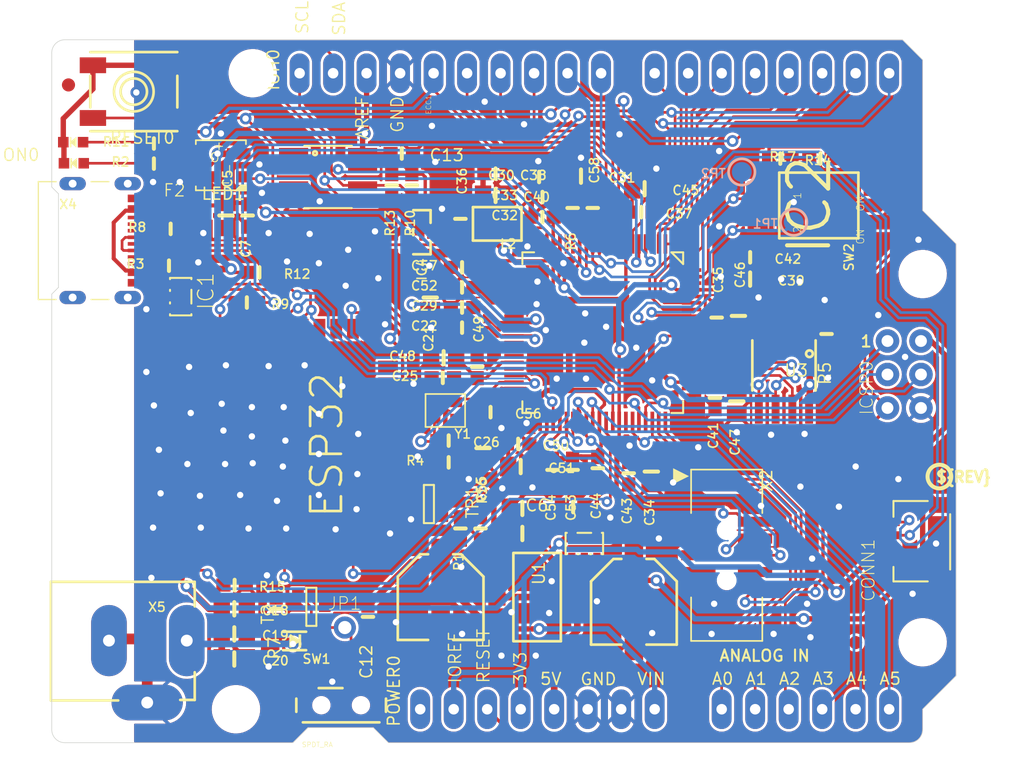
<source format=kicad_pcb>
(kicad_pcb (version 20221018) (generator pcbnew)
  (layers (0 "F.Cu" signal) (31 "B.Cu" signal) (34 "B.Paste" user) (35 "F.Paste" user) (36 "B.SilkS" user "B.Silkscreen") (37 "F.SilkS" user "F.Silkscreen") (38 "B.Mask" user) (39 "F.Mask" user) (44 "Edge.Cuts" user))
  (net 0 "")
  (net 1 "+5V")
  (net 2 "GND")
  (net 3 "VIN")
  (net 4 "SCK")
  (net 5 "PWRIN")
  (net 6 "D-")
  (net 7 "D+")
  (net 8 "MISO")
  (net 9 "MOSI")
  (net 10 "N$1")
  (net 11 "3.3V")
  (net 12 "PWR_SWITCH")
  (net 13 "VBUS")
  (net 14 "N$15")
  (net 15 "D13")
  (net 16 "A5")
  (net 17 "A4")
  (net 18 "A3")
  (net 19 "A2")
  (net 20 "A1")
  (net 21 "D11")
  (net 22 "D12")
  (net 23 "A0")
  (net 24 "SCL")
  (net 25 "SDA")
  (net 26 "D9")
  (net 27 "D8")
  (net 28 "D7")
  (net 29 "D6")
  (net 30 "D5")
  (net 31 "D4")
  (net 32 "D10")
  (net 33 "~{RESET}")
  (net 34 "NEOPIX")
  (net 35 "D3")
  (net 36 "D2")
  (net 37 "N$11")
  (net 38 "FLASH_CS")
  (net 39 "FLASH_SCK")
  (net 40 "FLASH_IO0")
  (net 41 "FLASH_IO1")
  (net 42 "SWCLK")
  (net 43 "SWDIO")
  (net 44 "FLASH_IO3")
  (net 45 "FLASH_IO2")
  (net 46 "ESP_CS")
  (net 47 "ESP_RESET")
  (net 48 "ESP_GPIO0")
  (net 49 "ESP_BUSY")
  (net 50 "ESP_MISO")
  (net 51 "N$6")
  (net 52 "N$8")
  (net 53 "USB_CAP")
  (net 54 "BOOT_MODE0")
  (net 55 "BOOT_MODE1")
  (net 56 "N$9")
  (net 57 "N$10")
  (net 58 "DCDC")
  (net 59 "VDD_SOC_IN")
  (net 60 "VDDA_2P5_CAP")
  (net 61 "VDDA_1P1_CAP")
  (net 62 "SVCS_CAP")
  (net 63 "PSW")
  (net 64 "VBUS_UNFUSE")
  (net 65 "SWO")
  (net 66 "RXD")
  (net 67 "TXD")
  (net 68 "ESP_TX")
  (net 69 "N$2")
  (net 70 "N$4")
  (net 71 "N$3")
  (footprint "working:METROM7_RT1011AIR_TOP" (layer "F.Cu") (at 114.2111 131.6736)
    (fp_text reference "U$18" hide)
    (fp_text value "" hide)
  )
  (footprint "working:0603-NO" (layer "F.Cu") (at 172.9613 100.6602 -90)
    (fp_text reference "R5")
    (fp_text value "10K")
  )
  (footprint "working:0603-NO" (layer "F.Cu") (at 121.9581 86.2076 180)
    (fp_text reference "R11")
    (fp_text value "5.1K")
  )
  (footprint "working:2X05_1.27MM_BOX_POSTS" (layer "F.Cu") (at 165.3921 117.4496 -90)
    (fp_text reference "X2")
    (fp_text value "2x5 0.05\" SWD")
  )
  (footprint "working:0805-NO" (layer "F.Cu") (at 166.2811 99.2886 90)
    (fp_text reference "C46")
    (fp_text value "10uF")
  )
  (footprint "working:0805-NO" (layer "F.Cu") (at 147.8661 90.1446)
    (fp_text reference "C40")
    (fp_text value "10uF")
  )
  (footprint "working:SOD-123" (layer "F.Cu") (at 132.6261 123.952 180)
    (fp_text reference "D1" hide)
    (fp_text value "MBR120")
  )
  (footprint "working:0603-NO" (layer "F.Cu") (at 155.2321 91.0971 90)
    (fp_text reference "C58")
    (fp_text value "0.22uF")
  )
  (footprint "working:0603-NO" (layer "F.Cu") (at 151.4221 90.2716 180)
    (fp_text reference "C33")
    (fp_text value "0.22uF")
  )
  (footprint "working:0805-NO" (layer "F.Cu") (at 166.1541 105.7656 -90)
    (fp_text reference "C47")
    (fp_text value "10uF")
  )
  (footprint "working:SOIC8_208MIL" (layer "F.Cu") (at 169.7355 103.0478 180)
    (fp_text reference "U3")
    (fp_text value "W25Q64JV")
  )
  (footprint "working:0603-NO" (layer "F.Cu") (at 172.5041 87.3506 180)
    (fp_text reference "R17")
    (fp_text value "5.1K")
  )
  (footprint "working:0805-NO" (layer "F.Cu") (at 142.9131 97.8916 -90)
    (fp_text reference "C21")
    (fp_text value "10uF")
  )
  (footprint "working:0603-NO" (layer "F.Cu") (at 149.5806 109.0041)
    (fp_text reference "C50")
    (fp_text value "0.22uF")
  )
  (footprint "working:SOT-23" (layer "F.Cu") (at 142.8115 113.538 -90)
    (fp_text reference "TR1")
    (fp_text value "DMP3098L-7")
  )
  (footprint "working:0603-NO" (layer "F.Cu") (at 139.9921 89.3826 -90)
    (fp_text reference "R13")
    (fp_text value "10K")
  )
  (footprint "working:0805-NO" (layer "F.Cu") (at 167.1701 96.4946)
    (fp_text reference "C39")
    (fp_text value "10uF")
  )
  (footprint "working:0603-NO" (layer "F.Cu") (at 123.2281 92.6846 180)
    (fp_text reference "R8")
    (fp_text value "5.1K")
  )
  (footprint "working:0603-NO" (layer "F.Cu") (at 131.2291 121.5136 -90)
    (fp_text reference "R7")
    (fp_text value "10K")
  )
  (footprint "working:FIDUCIAL_1MM" (layer "F.Cu") (at 175.1631 124.0766)
    (fp_text reference "FD2" hide)
    (fp_text value "FIDUCIAL_1MM" hide)
  )
  (footprint "working:0603-NO" (layer "F.Cu") (at 153.7081 110.9726 -90)
    (fp_text reference "C53")
    (fp_text value "0.22uF")
  )
  (footprint "" (layer "F.Cu") (at 128.1811 129.1336)
    (fp_text reference "@HOLE3" hide)
    (fp_text value "")
  )
  (footprint "working:1X01_ROUND" (layer "F.Cu") (at 136.4361 122.936)
    (fp_text reference "JP1")
    (fp_text value "")
  )
  (footprint "working:SOT23-WIDE" (layer "F.Cu") (at 142.2781 92.9386 -90)
    (fp_text reference "IC4")
    (fp_text value "RESET_SUPERVISORAPX80X_SA")
  )
  (footprint "working:0805-NO" (layer "F.Cu") (at 128.0541 123.4186)
    (fp_text reference "C19")
    (fp_text value "10uF")
  )
  (footprint "" (layer "F.Cu") (at 180.2511 96.1136)
    (fp_text reference "@HOLE0" hide)
    (fp_text value "")
  )
  (footprint "working:0603-NO" (layer "F.Cu") (at 144.3101 108.7501)
    (fp_text reference "C26")
    (fp_text value "16pF")
  )
  (footprint "working:LED3535_FULLPADS" (layer "F.Cu") (at 127.0381 87.8586 180)
    (fp_text reference "LED1")
    (fp_text value "WS2812B_3535FULL")
  )
  (footprint "working:0805-NO" (layer "F.Cu") (at 154.3431 88.6841)
    (fp_text reference "C31")
    (fp_text value "10uF")
  )
  (footprint "working:0805-NO" (layer "F.Cu") (at 159.6771 111.0996 -90)
    (fp_text reference "C34")
    (fp_text value "22uF")
  )
  (footprint "working:PANASONIC_D" (layer "F.Cu") (at 143.7005 120.6246 90)
    (fp_text reference "PC1" hide)
    (fp_text value "47uF/25V")
  )
  (footprint "working:SOT23-5L" (layer "F.Cu") (at 123.9901 97.8281 -90)
    (fp_text reference "IC1")
    (fp_text value "74AHC1G125")
  )
  (footprint "working:0603-NO" (layer "F.Cu") (at 153.7453 113.791035 180)
    (fp_text reference "C6")
    (fp_text value "0.1uF")
  )
  (footprint "working:SOT-23" (layer "F.Cu") (at 133.8961 121.3866 90)
    (fp_text reference "T2")
    (fp_text value "DMP3098L-7")
  )
  (footprint "working:0603-NO" (layer "F.Cu") (at 123.1011 95.4786 180)
    (fp_text reference "R3")
    (fp_text value "5.1K")
  )
  (footprint "working:PCBFEAT-REV-040" (layer "F.Cu") (at 181.5211 111.4806)
    (fp_text reference "U$11" hide)
    (fp_text value "" hide)
  )
  (footprint "working:0603-NO" (layer "F.Cu") (at 146.7231 115.4176 90)
    (fp_text reference "R16")
    (fp_text value "100K")
  )
  (footprint "working:0603-NO" (layer "F.Cu") (at 145.1991 115.4176 -90)
    (fp_text reference "R1")
    (fp_text value "100K")
  )
  (footprint "working:0603-NO" (layer "F.Cu") (at 138.1887 122.1232 -90)
    (fp_text reference "C12")
    (fp_text value "0.1uF")
  )
  (footprint "working:0805-NO" (layer "F.Cu") (at 128.0541 125.3236)
    (fp_text reference "C20")
    (fp_text value "10uF")
  )
  (footprint "working:0603-NO" (layer "F.Cu") (at 144.3101 110.4011 180)
    (fp_text reference "R4")
    (fp_text value "2.2M")
  )
  (footprint "working:0603-NO" (layer "F.Cu") (at 151.1681 88.7476 180)
    (fp_text reference "C30")
    (fp_text value "1uF")
  )
  (footprint "working:0603-NO" (layer "F.Cu") (at 143.8656 103.9876 180)
    (fp_text reference "C25")
    (fp_text value "16pF")
  )
  (footprint "working:1X08_OVALWAVE" (layer "F.Cu") (at 151.0411 129.1336)
    (fp_text reference "POWER0")
    (fp_text value "1x8F" hide)
  )
  (footprint "" (layer "F.Cu") (at 180.2511 124.0536)
    (fp_text reference "@HOLE1" hide)
    (fp_text value "")
  )
  (footprint "working:0603-NO" (layer "F.Cu") (at 129.9591 95.9866)
    (fp_text reference "R12")
    (fp_text value "10K")
  )
  (footprint "working:INDUCTOR_1007" (layer "F.Cu") (at 147.9931 92.3036 180)
    (fp_text reference "L2")
    (fp_text value "4.7uH")
  )
  (footprint "working:CRYSTAL_2.5X2" (layer "F.Cu") (at 144.0561 106.4641 180)
    (fp_text reference "Y1")
    (fp_text value "24MHz 10pF")
  )
  (footprint "working:0805-NO" (layer "F.Cu") (at 149.8981 115.7986)
    (fp_text reference "C2" hide)
    (fp_text value "10uF")
  )
  (footprint "working:1X10_OVALWAVE" (layer "F.Cu") (at 144.4371 80.8736)
    (fp_text reference "IOH0")
    (fp_text value "1x10F" hide)
  )
  (footprint "working:0805-NO" (layer "F.Cu") (at 146.9136 109.3216 -90)
    (fp_text reference "C55")
    (fp_text value "10uF")
  )
  (footprint "working:0603-NO" (layer "F.Cu") (at 152.1841 110.9726 -90)
    (fp_text reference "C54")
    (fp_text value "1uF")
  )
  (footprint "working:DCJACK_2MM_PTH" (layer "F.Cu") (at 121.4501 126.4666)
    (fp_text reference "X5")
    (fp_text value "2.1mm")
  )
  (footprint "working:0603-NO" (layer "F.Cu") (at 153.7081 91.0971 -90)
    (fp_text reference "R6")
    (fp_text value "30K")
  )
  (footprint "working:SOT223-R" (layer "F.Cu") (at 151.0157 120.6246 -90)
    (fp_text reference "U1")
    (fp_text value "NCP1117ST50T3G")
  )
  (footprint "working:1X08_OVALWAVE" (layer "F.Cu") (at 168.8211 80.8736)
    (fp_text reference "IOL0" hide)
    (fp_text value "1x8F" hide)
  )
  (footprint "working:0805-NO" (layer "F.Cu") (at 128.0541 121.5136)
    (fp_text reference "C18")
    (fp_text value "10uF")
  )
  (footprint "working:0603-NO" (layer "F.Cu") (at 128.0795 119.7102)
    (fp_text reference "R15")
    (fp_text value "10K")
  )
  (footprint "working:0603-NO" (layer "F.Cu") (at 145.3261 95.6056 180)
    (fp_text reference "C57")
    (fp_text value "0.22uF")
  )
  (footprint "working:EVQ-Q2_SMALLER" (layer "F.Cu") (at 120.4341 82.2706 180)
    (fp_text reference "RESET0")
    (fp_text value "6x6mm")
  )
  (footprint "working:0603-NO" (layer "F.Cu") (at 129.0066 98.2726)
    (fp_text reference "R9")
    (fp_text value "10K")
  )
  (footprint "working:0805-NO" (layer "F.Cu") (at 149.7711 110.7186)
    (fp_text reference "C51")
    (fp_text value "10uF")
  )
  (footprint "working:CHIPLED_0603_NOOUTLINE" (layer "F.Cu") (at 115.8367 86.106 90)
    (fp_text reference "L0" hide)
    (fp_text value "RED")
  )
  (footprint "working:USB_C_CUSB31-CFM2AX-01-X" (layer "F.Cu") (at 118.2751 93.5736 -90)
    (fp_text reference "X4")
    (fp_text value "USB C")
  )
  (footprint "working:0805-NO" (layer "F.Cu") (at 149.8981 113.8936)
    (fp_text reference "C3" hide)
    (fp_text value "10uF")
  )
  (footprint "working:2X03_ROUND_70MIL" (layer "F.Cu") (at 178.8541 103.7336 -90)
    (fp_text reference "ICSP0")
    (fp_text value "2x3M")
  )
  (footprint "working:SOIC8" (layer "F.Cu") (at 135.1661 88.7476 -90)
    (fp_text reference "ECC1")
    (fp_text value "ATECC108")
  )
  (footprint "working:0603-NO" (layer "F.Cu") (at 145.1991 91.9226 90)
    (fp_text reference "C36")
    (fp_text value "1uF")
  )
  (footprint "working:1X06_OVALWAVE" (layer "F.Cu") (at 171.3611 129.1336)
    (fp_text reference "AD0" hide)
    (fp_text value "1x6F" hide)
  )
  (footprint "working:0805-NO" (layer "F.Cu") (at 127.4191 91.6686 90)
    (fp_text reference "C5")
    (fp_text value "10uF")
  )
  (footprint "working:0603-NO" (layer "F.Cu") (at 167.1701 94.8436)
    (fp_text reference "C42")
    (fp_text value "1uF")
  )
  (footprint "working:0603-NO" (layer "F.Cu") (at 158.9151 91.4146)
    (fp_text reference "C37")
    (fp_text value "0.1uF")
  )
  (footprint "working:FIDUCIAL_1MM" (layer "F.Cu") (at 121.9797 120.796)
    (fp_text reference "FD3" hide)
    (fp_text value "FIDUCIAL_1MM" hide)
  )
  (footprint "working:0805-NO" (layer "F.Cu") (at 143.9291 102.4636 180)
    (fp_text reference "C48")
    (fp_text value "10uF")
  )
  (footprint "working:0603-NO" (layer "F.Cu") (at 155.6131 110.8456 -90)
    (fp_text reference "C44")
    (fp_text value "1uF")
  )
  (footprint "working:0603-NO" (layer "F.Cu") (at 145.3261 97.1296 180)
    (fp_text reference "C52")
    (fp_text value "0.22uF")
  )
  (footprint "working:R1206" (layer "F.Cu") (at 124.0155 90.9066)
    (fp_text reference "F2")
    (fp_text value "FUSE")
  )
  (footprint "working:0805-NO" (layer "F.Cu") (at 159.1691 89.6366)
    (fp_text reference "C45")
    (fp_text value "10uF")
  )
  (footprint "working:0603-NO" (layer "F.Cu") (at 140.7541 86.9696)
    (fp_text reference "C13")
    (fp_text value "0.1uF")
  )
  (footprint "working:0603-NO" (layer "F.Cu") (at 164.6301 99.4156 90)
    (fp_text reference "C35")
    (fp_text value "0.1uF")
  )
  (footprint "working:0603-NO" (layer "F.Cu") (at 147.8661 88.4936)
    (fp_text reference "C38")
    (fp_text value "0.22uF")
  )
  (footprint "working:FIDUCIAL_1MM" (layer "F.Cu") (at 115.4811 81.7626)
    (fp_text reference "FD1" hide)
    (fp_text value "FIDUCIAL_1MM" hide)
  )
  (footprint "working:CHIPLED_0603_NOOUTLINE" (layer "F.Cu") (at 115.8875 87.7062 90)
    (fp_text reference "ON0")
    (fp_text value "GREEN")
  )
  (footprint "working:0603-NO" (layer "F.Cu") (at 169.4561 87.3506)
    (fp_text reference "R14")
    (fp_text value "5.1K")
  )
  (footprint "working:0603-NO" (layer "F.Cu") (at 164.5031 105.5116 -90)
    (fp_text reference "C41")
    (fp_text value "0.1uF")
  )
  (footprint "working:0603-NO" (layer "F.Cu") (at 145.3261 98.6536 180)
    (fp_text reference "C29")
    (fp_text value "1uF")
  )
  (footprint "working:SOT23-DBV" (layer "F.Cu") (at 154.5971 116.5606)
    (fp_text reference "U2" hide)
    (fp_text value "AP2112K-3.3")
  )
  (footprint "working:JST_SH4" (layer "F.Cu") (at 179.7431 116.4336 90)
    (fp_text reference "CONN1")
    (fp_text value "STEMMA_I2C_QT" hide)
  )
  (footprint "" (layer "F.Cu") (at 129.4511 80.8736)
    (fp_text reference "@HOLE2" hide)
    (fp_text value "")
  )
  (footprint "working:WROOM32" (layer "F.Cu") (at 130.8735 108.8644)
    (fp_text reference "X6" hide)
    (fp_text value "ESP32_WROOM32" hide)
  )
  (footprint "working:0603-NO" (layer "F.Cu") (at 157.9626 111.2266 -90)
    (fp_text reference "C43")
    (fp_text value "0.1uF")
  )
  (footprint "working:0603-NO" (layer "F.Cu") (at 147.4851 106.5911)
    (fp_text reference "C56")
    (fp_text value "0.22uF")
  )
  (footprint "working:0603-NO" (layer "F.Cu") (at 145.3261 100.1776 180)
    (fp_text reference "C22")
    (fp_text value "0.1uF")
  )
  (footprint "working:DIPSWITCH_2PIN" (layer "F.Cu") (at 172.3771 90.9066 -90)
    (fp_text reference "SW2")
    (fp_text value "DIP2")
  )
  (footprint "working:QFP50P1400X1400X160-80N" (layer "F.Cu") (at 155.9941 100.5586 -90)
    (fp_text reference "IC2")
    (fp_text value "IMX_RT1010")
  )
  (footprint "working:0603-NO" (layer "F.Cu") (at 151.4221 91.7956 180)
    (fp_text reference "C32")
    (fp_text value "0.1uF")
  )
  (footprint "working:0603-NO" (layer "F.Cu") (at 141.5161 89.3826 -90)
    (fp_text reference "R10")
    (fp_text value "10K")
  )
  (footprint "working:0603-NO" (layer "F.Cu") (at 129.0701 91.6686 -90)
    (fp_text reference "C7")
    (fp_text value "0.1uF")
  )
  (footprint "working:PANASONIC_D" (layer "F.Cu") (at 158.3563 120.9802 90)
    (fp_text reference "PC2" hide)
    (fp_text value "47uF/25V")
  )
  (footprint "working:SPDT_SMT_SSSS811101" (layer "F.Cu") (at 136.1567 128.3208)
    (fp_text reference "SW1")
    (fp_text value "SPDT_RA")
  )
  (footprint "working:0603-NO" (layer "F.Cu") (at 121.9581 87.7316 180)
    (fp_text reference "R2")
    (fp_text value "5.1K")
  )
  (footprint "working:0603-NO" (layer "F.Cu") (at 146.4691 103.1621 90)
    (fp_text reference "C49")
    (fp_text value "0.22uF")
  )
  (footprint "working:METROM7_RT1011AIR_BOT" (layer "B.Cu") (at 182.7911 131.6736 180)
    (fp_text reference "U$12" hide)
    (fp_text value "" hide)
  )
  (footprint "working:TESTPOINT_ROUND_1.5MM" (layer "B.Cu") (at 166.5351 88.3666 180)
    (fp_text reference "TP2")
    (fp_text value "")
  )
  (footprint "working:TESTPOINT_ROUND_1.5MM" (layer "B.Cu") (at 170.4721 92.1766 180)
    (fp_text reference "TP1")
    (fp_text value "")
  )
  (gr_line (start 180.2511 91.2876) (end 182.7911 93.8276) (stroke (width 0.05)) (layer "Edge.Cuts"))
  (gr_line (start 114.7191 97.1296) (end 114.7191 90.0176) (stroke (width 0.05)) (layer "Edge.Cuts"))
  (gr_line (start 179.2511 131.6736) (end 139.7381 131.6736) (stroke (width 0.05)) (layer "Edge.Cuts"))
  (gr_line (start 115.2111 78.3336) (end 178.7271 78.3336) (stroke (width 0.05)) (layer "Edge.Cuts"))
  (gr_line (start 114.7191 90.0176) (end 114.2111 89.5096) (stroke (width 0.05)) (layer "Edge.Cuts"))
  (gr_line (start 114.2111 89.5096) (end 114.2111 79.3336) (stroke (width 0.05)) (layer "Edge.Cuts"))
  (gr_arc (start 115.2111 131.6736) (mid 114.503993 131.380707) (end 114.2111 130.6736) (stroke (width 0.05)) (layer "Edge.Cuts"))
  (gr_line (start 180.2511 129.1336) (end 180.2511 130.6736) (stroke (width 0.05)) (layer "Edge.Cuts"))
  (gr_line (start 138.5951 130.5306) (end 133.6421 130.5306) (stroke (width 0.05)) (layer "Edge.Cuts"))
  (gr_line (start 178.7271 78.3336) (end 180.2511 79.8576) (stroke (width 0.05)) (layer "Edge.Cuts"))
  (gr_arc (start 114.2111 79.3336) (mid 114.503993 78.626493) (end 115.2111 78.3336) (stroke (width 0.05)) (layer "Edge.Cuts"))
  (gr_line (start 114.2111 130.6736) (end 114.2111 97.6376) (stroke (width 0.05)) (layer "Edge.Cuts"))
  (gr_line (start 180.2511 79.8576) (end 180.2511 91.2876) (stroke (width 0.05)) (layer "Edge.Cuts"))
  (gr_arc (start 180.2511 130.6736) (mid 179.958207 131.380707) (end 179.2511 131.6736) (stroke (width 0.05)) (layer "Edge.Cuts"))
  (gr_line (start 139.7381 131.6736) (end 138.5951 130.5306) (stroke (width 0.05)) (layer "Edge.Cuts"))
  (gr_line (start 182.7911 126.5936) (end 180.2511 129.1336) (stroke (width 0.05)) (layer "Edge.Cuts"))
  (gr_line (start 182.7911 93.8276) (end 182.7911 126.5936) (stroke (width 0.05)) (layer "Edge.Cuts"))
  (gr_line (start 132.4991 131.6736) (end 115.2111 131.6736) (stroke (width 0.05)) (layer "Edge.Cuts"))
  (gr_line (start 114.2111 97.6376) (end 114.7191 97.1296) (stroke (width 0.05)) (layer "Edge.Cuts"))
  (gr_line (start 133.6421 130.5306) (end 132.4991 131.6736) (stroke (width 0.05)) (layer "Edge.Cuts"))
  (gr_text "3V3" (at 150.2791 127.3556 90) (layer "F.SilkS") (effects (font (size 0.9144 0.9144) (thickness 0.1016)) (justify left bottom)))
  (gr_text "ESP32" (at 136.4361 114.7826 90) (layer "F.SilkS") (effects (font (size 2.3368 2.3368) (thickness 0.2032)) (justify left bottom)))
  (gr_text "IOREF" (at 145.3261 127.2286 90) (layer "F.SilkS") (effects (font (size 0.9144 0.9144) (thickness 0.1016)) (justify left bottom)))
  (gr_text "A5" (at 176.8997 127.3434) (layer "F.SilkS") (effects (font (size 0.89408 0.89408) (thickness 0.12192)) (justify left bottom)))
  (gr_text "GND" (at 154.2245 127.3688) (layer "F.SilkS") (effects (font (size 0.89408 0.89408) (thickness 0.12192)) (justify left bottom)))
  (gr_text "AREF" (at 137.2279 82.5114 90) (layer "F.SilkS") (effects (font (size 0.9144 0.9144) (thickness 0.1016)) (justify right top)))
  (gr_text "5V" (at 151.1681 127.3556) (layer "F.SilkS") (effects (font (size 0.89408 0.89408) (thickness 0.12192)) (justify left bottom)))
  (gr_text "A2" (at 169.2797 127.3434) (layer "F.SilkS") (effects (font (size 0.89408 0.89408) (thickness 0.12192)) (justify left bottom)))
  (gr_text "1" (at 175.4575 101.7292) (layer "F.SilkS") (effects (font (size 0.8636 0.8636) (thickness 0.1524)) (justify left bottom)))
  (gr_text "A1" (at 166.7397 127.3434) (layer "F.SilkS") (effects (font (size 0.89408 0.89408) (thickness 0.12192)) (justify left bottom)))
  (gr_text "ANALOG IN" (at 164.7571 125.5776) (layer "F.SilkS") (effects (font (size 0.8636 0.8636) (thickness 0.1524)) (justify left bottom)))
  (gr_text "RESET" (at 147.4851 127.2286 90) (layer "F.SilkS") (effects (font (size 0.9144 0.9144) (thickness 0.1016)) (justify left bottom)))
  (gr_text "SDA" (at 136.5333 78.0928 90) (layer "F.SilkS") (effects (font (size 0.9144 0.9144) (thickness 0.1016)) (justify left bottom)))
  (gr_text "VIN" (at 158.5341 127.3556) (layer "F.SilkS") (effects (font (size 0.89408 0.89408) (thickness 0.12192)) (justify left bottom)))
  (gr_text "A3" (at 171.8197 127.3434) (layer "F.SilkS") (effects (font (size 0.89408 0.89408) (thickness 0.12192)) (justify left bottom)))
  (gr_text "SCL" (at 133.7393 77.9658 90) (layer "F.SilkS") (effects (font (size 0.9144 0.9144) (thickness 0.1016)) (justify left bottom)))
  (gr_text "A0" (at 164.1997 127.3434) (layer "F.SilkS") (effects (font (size 0.89408 0.89408) (thickness 0.12192)) (justify left bottom)))
  (gr_text "A4" (at 174.3597 127.3434) (layer "F.SilkS") (effects (font (size 0.89408 0.89408) (thickness 0.12192)) (justify left bottom)))
  (gr_text "GND" (at 139.8841 82.5368 90) (layer "F.SilkS") (effects (font (size 0.9144 0.9144) (thickness 0.1016)) (justify right top)))
  (segment (start 155.5471 117.8606) (end 155.5471 118.9126) (width 0.508) (layer "F.Cu") (net 1))
  (segment (start 157.8907 117.8606) (end 158.3563 118.3262) (width 0.508) (layer "F.Cu") (net 1))
  (segment (start 154.0657 123.1646) (end 154.0657 120.6246) (width 0.508) (layer "F.Cu") (net 1))
  (segment (start 150.8481 115.7986) (end 150.8481 116.4586) (width 0.508) (layer "F.Cu") (net 1))
  (segment (start 181.9021 102.2096) (end 180.8861 101.1936) (width 0.4064) (layer "F.Cu") (net 1))
  (segment (start 180.2511 109.4486) (end 181.9021 107.7976) (width 0.4064) (layer "F.Cu") (net 1))
  (segment (start 154.0281 120.587) (end 154.0657 120.6246) (width 0.508) (layer "F.Cu") (net 1))
  (segment (start 159.3847 119.3546) (end 158.3563 118.3262) (width 0.4064) (layer "F.Cu") (net 1))
  (segment (start 181.9021 107.7976) (end 181.9021 102.2096) (width 0.4064) (layer "F.Cu") (net 1))
  (segment (start 180.2511 117.8306) (end 180.2511 109.4486) (width 0.4064) (layer "F.Cu") (net 1))
  (segment (start 155.5471 118.9126) (end 155.1051 119.3546) (width 0.508) (layer "F.Cu") (net 1))
  (segment (start 154.0657 123.1646) (end 152.3111 124.9192) (width 0.508) (layer "F.Cu") (net 1))
  (segment (start 175.8061 122.2756) (end 180.2511 117.8306) (width 0.4064) (layer "F.Cu") (net 1))
  (segment (start 147.0787 112.5982) (end 147.7391 113.2586) (width 0.4064) (layer "F.Cu") (net 1))
  (segment (start 180.1241 101.1936) (end 180.8861 101.1936) (width 0.4064) (layer "F.Cu") (net 1))
  (segment (start 147.7391 117.0686) (end 150.6601 117.0686) (width 0.4064) (layer "F.Cu") (net 1))
  (segment (start 171.2341 122.2756) (end 175.8061 122.2756) (width 0.4064) (layer "F.Cu") (net 1))
  (segment (start 160.0581 119.3546) (end 159.3847 119.3546) (width 0.4064) (layer "F.Cu") (net 1))
  (segment (start 153.6471 117.8606) (end 152.2501 117.8606) (width 0.508) (layer "F.Cu") (net 1))
  (segment (start 152.3111 129.1336) (end 152.3111 124.9192) (width 0.508) (layer "F.Cu") (net 1))
  (segment (start 152.2501 117.8606) (end 150.8481 116.4586) (width 0.508) (layer "F.Cu") (net 1))
  (segment (start 147.7391 113.2586) (end 147.7391 117.0686) (width 0.4064) (layer "F.Cu") (net 1))
  (segment (start 154.0281 119.3546) (end 154.0281 120.587) (width 0.508) (layer "F.Cu") (net 1))
  (segment (start 155.5471 117.8606) (end 157.8907 117.8606) (width 0.508) (layer "F.Cu") (net 1))
  (segment (start 153.6471 117.8606) (end 153.6471 119.3546) (width 0.508) (layer "F.Cu") (net 1))
  (segment (start 143.8275 112.5982) (end 147.0787 112.5982) (width 0.4064) (layer "F.Cu") (net 1))
  (segment (start 150.8481 116.8806) (end 150.8481 115.7986) (width 0.4064) (layer "F.Cu") (net 1))
  (segment (start 147.9657 120.6246) (end 154.0657 120.6246) (width 0.508) (layer "F.Cu") (net 1))
  (segment (start 155.1051 119.3546) (end 154.0281 119.3546) (width 0.508) (layer "F.Cu") (net 1))
  (segment (start 150.6601 117.0686) (end 150.8481 116.8806) (width 0.4064) (layer "F.Cu") (net 1))
  (segment (start 154.0281 119.3546) (end 153.6471 119.3546) (width 0.508) (layer "F.Cu") (net 1))
  (via (at 160.0581 119.3546) (size 0.889) (drill 0.4826) (layers "F.Cu" "B.Cu") (net 1))
  (via (at 171.2341 122.2756) (size 0.889) (drill 0.4826) (layers "F.Cu" "B.Cu") (net 1))
  (segment (start 171.2341 122.2756) (end 162.9791 122.2756) (width 0.4064) (layer "B.Cu") (net 1))
  (segment (start 162.9791 122.2756) (end 160.0581 119.3546) (width 0.4064) (layer "B.Cu") (net 1))
  (segment (start 150.5721 91.7956) (end 150.5721 90.2716) (width 0.4064) (layer "F.Cu") (net 2))
  (segment (start 115.0867 86.106) (end 115.1375 86.1568) (width 0.4064) (layer "F.Cu") (net 2))
  (segment (start 121.4511 123.7996) (end 121.4501 123.8006) (width 0.8128) (layer "F.Cu") (net 2))
  (segment (start 117.3341 80.2706) (end 123.5341 80.2706) (width 0.4064) (layer "F.Cu") (net 2))
  (segment (start 121.4511 123.7996) (end 118.6771 123.7996) (width 0.8128) (layer "F.Cu") (net 2))
  (segment (start 164.6301 98.5656) (end 164.8571 98.3386) (width 0.254) (layer "F.Cu") (net 2))
  (segment (start 118.5501 123.9266) (end 118.6771 123.7996) (width 0.8128) (layer "F.Cu") (net 2))
  (segment (start 164.8571 98.3386) (end 166.2811 98.3386) (width 0.254) (layer "F.Cu") (net 2))
  (segment (start 115.0867 84.316) (end 117.3341 82.0686) (width 0.4064) (layer "F.Cu") (net 2))
  (segment (start 160.1191 91.0606) (end 159.7651 91.4146) (width 0.254) (layer "F.Cu") (net 2))
  (segment (start 121.4501 128.6266) (end 121.4501 123.8006) (width 0.8128) (layer "F.Cu") (net 2))
  (segment (start 115.1375 86.1568) (end 115.1375 87.7062) (width 0.4064) (layer "F.Cu") (net 2))
  (segment (start 160.1191 89.6366) (end 160.1191 91.0606) (width 0.254) (layer "F.Cu") (net 2))
  (segment (start 115.0867 86.106) (end 115.0867 84.316) (width 0.4064) (layer "F.Cu") (net 2))
  (segment (start 117.3341 82.0686) (end 117.3341 80.2706) (width 0.4064) (layer "F.Cu") (net 2))
  (via (at 121.3866 98.7806) (size 0.889) (drill 0.4826) (layers "F.Cu" "B.Cu") (net 2))
  (via (at 178.9176 102.4001) (size 0.889) (drill 0.4826) (layers "F.Cu" "B.Cu") (net 2))
  (via (at 159.7406 104.1781) (size 0.889) (drill 0.4826) (layers "F.Cu" "B.Cu") (net 2))
  (via (at 170.9801 112.2426) (size 0.889) (drill 0.4826) (layers "F.Cu" "B.Cu") (net 2))
  (via (at 137.3251 113.9571) (size 0.889) (drill 0.4826) (layers "F.Cu" "B.Cu") (net 2))
  (via (at 133.3881 103.0351) (size 0.889) (drill 0.4826) (layers "F.Cu" "B.Cu") (net 2))
  (via (at 129.3876 108.4326) (size 0.889) (drill 0.4826) (layers "F.Cu" "B.Cu") (net 2))
  (via (at 157.2641 85.5091) (size 0.889) (drill 0.4826) (layers "F.Cu" "B.Cu") (net 2))
  (via (at 176.8856 99.2251) (size 0.889) (drill 0.4826) (layers "F.Cu" "B.Cu") (net 2))
  (via (at 175.1711 110.7186) (size 0.889) (drill 0.4826) (layers "F.Cu" "B.Cu") (net 2))
  (via (at 163.2331 109.2581) (size 0.889) (drill 0.4826) (layers "F.Cu" "B.Cu") (net 2))
  (via (at 154.3431 87.2871) (size 0.889) (drill 0.4826) (layers "F.Cu" "B.Cu") (net 2))
  (via (at 134.4676 95.2881) (size 0.889) (drill 0.4826) (layers "F.Cu" "B.Cu") (net 2))
  (via (at 130.6576 103.0986) (size 0.889) (drill 0.4826) (layers "F.Cu" "B.Cu") (net 2))
  (via (at 121.8946 115.3541) (size 0.889) (drill 0.4826) (layers "F.Cu" "B.Cu") (net 2))
  (via (at 136.6901 94.2721) (size 0.889) (drill 0.4826) (layers "F.Cu" "B.Cu") (net 2))
  (via (at 134.4676 106.7181) (size 0.889) (drill 0.4826) (layers "F.Cu" "B.Cu") (net 2))
  (via (at 148.3106 125.0696) (size 0.889) (drill 0.4826) (layers "F.Cu" "B.Cu") (net 2))
  (via (at 121.3866 103.5431) (size 0.889) (drill 0.4826) (layers "F.Cu" "B.Cu") (net 2))
  (via (at 166.1541 108.1151) (size 0.889) (drill 0.4826) (layers "F.Cu" "B.Cu") (net 2))
  (via (at 168.9481 123.4186) (size 0.889) (drill 0.4826) (layers "F.Cu" "B.Cu") (net 2))
  (via (at 164.4396 121.1326) (size 0.889) (drill 0.4826) (layers "F.Cu" "B.Cu") (net 2))
  (via (at 179.4891 120.3706) (size 0.889) (drill 0.4826) (layers "F.Cu" "B.Cu") (net 2))
  (via (at 137.4521 108.2421) (size 0.889) (drill 0.4826) (layers "F.Cu" "B.Cu") (net 2))
  (via (at 152.1206 119.4181) (size 0.889) (drill 0.4826) (layers "F.Cu" "B.Cu") (net 2))
  (via (at 139.4841 99.9236) (size 0.889) (drill 0.4826) (layers "F.Cu" "B.Cu") (net 2))
  (via (at 131.9276 108.7501) (size 0.889) (drill 0.4826) (layers "F.Cu" "B.Cu") (net 2))
  (via (at 160.0581 88.1126) (size 0.889) (drill 0.4826) (layers "F.Cu" "B.Cu") (net 2))
  (via (at 148.3106 107.7976) (size 0.889) (drill 0.4826) (layers "F.Cu" "B.Cu") (net 2))
  (via (at 178.4096 111.6711) (size 0.889) (drill 0.4826) (layers "F.Cu" "B.Cu") (net 2))
  (via (at 151.6761 100.3681) (size 0.889) (drill 0.4826) (layers "F.Cu" "B.Cu") (net 2))
  (via (at 160.2486 116.1796) (size 0.889) (drill 0.4826) (layers "F.Cu" "B.Cu") (net 2))
  (via (at 171.7421 123.6726) (size 0.889) (drill 0.4826) (layers "F.Cu" "B.Cu") (net 2))
  (via (at 124.6251 103.1621) (size 0.889) (drill 0.4826) (layers "F.Cu" "B.Cu") (net 2))
  (via (at 135.7376 115.4811) (size 0.889) (drill 0.4826) (layers "F.Cu" "B.Cu") (net 2))
  (via (at 150.9141 125.0696) (size 0.889) (drill 0.4826) (layers "F.Cu" "B.Cu") (net 2))
  (via (at 167.9956 113.7031) (size 0.889) (drill 0.4826) (layers "F.Cu" "B.Cu") (net 2))
  (via (at 129.1336 115.4176) (size 0.889) (drill 0.4826) (layers "F.Cu" "B.Cu") (net 2))
  (via (at 127.4191 103.0351) (size 0.889) (drill 0.4826) (layers "F.Cu" "B.Cu") (net 2))
  (via (at 152.5016 104.0511) (size 0.889) (drill 0.4826) (layers "F.Cu" "B.Cu") (net 2))
  (via (at 143.2941 87.6046) (size 0.889) (drill 0.4826) (layers "F.Cu" "B.Cu") (net 2))
  (via (at 121.9581 106.0831) (size 0.889) (drill 0.4826) (layers "F.Cu" "B.Cu") (net 2))
  (via (at 140.3096 122.5296) (size 0.889) (drill 0.4826) (layers "F.Cu" "B.Cu") (net 2))
  (via (at 164.8206 92.4941) (size 0.889) (drill 0.4826) (layers "F.Cu" "B.Cu") (net 2))
  (via (at 147.0406 83.0326) (size 0.889) (drill 0.4826) (layers "F.Cu" "B.Cu") (net 2))
  (via (at 122.3391 109.4486) (size 0.889) (drill 0.4826) (layers "F.Cu" "B.Cu") (net 2))
  (via (at 159.7406 123.3551) (size 0.889) (drill 0.4826) (layers "F.Cu" "B.Cu") (net 2))
  (via (at 135.4836 127.0381) (size 0.889) (drill 0.4826) (layers "F.Cu" "B.Cu") (net 2))
  (via (at 129.4511 110.4646) (size 0.889) (drill 0.4826) (layers "F.Cu" "B.Cu") (net 2))
  (via (at 171.4881 121.1326) (size 0.889) (drill 0.4826) (layers "F.Cu" "B.Cu") (net 2))
  (via (at 130.6576 125.8951) (size 0.889) (drill 0.4826) (layers "F.Cu" "B.Cu") (net 2))
  (via (at 145.3261 123.4186) (size 0.889) (drill 0.4826) (layers "F.Cu" "B.Cu") (net 2))
  (via (at 138.9761 96.4311) (size 0.889) (drill 0.4826) (layers "F.Cu" "B.Cu") (net 2))
  (via (at 167.8051 97.8916) (size 0.889) (drill 0.4826) (layers "F.Cu" "B.Cu") (net 2))
  (via (at 139.8651 115.7986) (size 0.889) (drill 0.4826) (layers "F.Cu" "B.Cu") (net 2))
  (via (at 164.9476 96.3041) (size 0.889) (drill 0.4826) (layers "F.Cu" "B.Cu") (net 2))
  (via (at 142.8496 95.4786) (size 0.889) (drill 0.4826) (layers "F.Cu" "B.Cu") (net 2))
  (via (at 127.1016 105.9561) (size 0.889) (drill 0.4826) (layers "F.Cu" "B.Cu") (net 2))
  (via (at 122.4661 112.7506) (size 0.889) (drill 0.4826) (layers "F.Cu" "B.Cu") (net 2))
  (via (at 131.7371 110.7186) (size 0.889) (drill 0.4826) (layers "F.Cu" "B.Cu") (net 2))
  (via (at 156.2481 100.1141) (size 0.889) (drill 0.4826) (layers "F.Cu" "B.Cu") (net 2))
  (via (at 181.2671 116.5606) (size 0.889) (drill 0.4826) (layers "F.Cu" "B.Cu") (net 2))
  (via (at 151.9301 121.8311) (size 0.889) (drill 0.4826) (layers "F.Cu" "B.Cu") (net 2))
  (via (at 133.7691 93.0656) (size 0.889) (drill 0.4826) (layers "F.Cu" "B.Cu") (net 2))
  (via (at 151.1046 87.5411) (size 0.889) (drill 0.4826) (layers "F.Cu" "B.Cu") (net 2))
  (via (at 124.4981 110.5281) (size 0.889) (drill 0.4826) (layers "F.Cu" "B.Cu") (net 2))
  (via (at 148.3741 112.3696) (size 0.889) (drill 0.4826) (layers "F.Cu" "B.Cu") (net 2))
  (via (at 153.0096 95.2881) (size 0.889) (drill 0.4826) (layers "F.Cu" "B.Cu") (net 2))
  (via (at 154.6606 99.0981) (size 0.889) (drill 0.4826) (layers "F.Cu" "B.Cu") (net 2))
  (via (at 141.6431 104.4321) (size 0.889) (drill 0.4826) (layers "F.Cu" "B.Cu") (net 2))
  (via (at 141.9606 109.9566) (size 0.889) (drill 0.4826) (layers "F.Cu" "B.Cu") (net 2))
  (via (at 127.3556 110.5281) (size 0.889) (drill 0.4826) (layers "F.Cu" "B.Cu") (net 2))
  (via (at 158.5341 101.7016) (size 0.889) (drill 0.4826) (layers "F.Cu" "B.Cu") (net 2))
  (via (at 164.8206 86.7791) (size 0.889) (drill 0.4826) (layers "F.Cu" "B.Cu") (net 2))
  (via (at 143.8021 91.1606) (size 0.889) (drill 0.4826) (layers "F.Cu" "B.Cu") (net 2))
  (via (at 125.5141 115.3541) (size 0.889) (drill 0.4826) (layers "F.Cu" "B.Cu") (net 2))
  (via (at 136.2456 104.6226) (size 0.889) (drill 0.4826) (layers "F.Cu" "B.Cu") (net 2))
  (via (at 150.9776 98.3996) (size 0.889) (drill 0.4826) (layers "F.Cu" "B.Cu") (net 2))
  (via (at 125.4506 112.9411) (size 0.889) (drill 0.4826) (layers "F.Cu" "B.Cu") (net 2))
  (via (at 179.9336 93.5101) (size 0.889) (drill 0.4826) (layers "F.Cu" "B.Cu") (net 2))
  (via (at 138.7221 92.8751) (size 0.889) (drill 0.4826) (layers "F.Cu" "B.Cu") (net 2))
  (via (at 145.8341 111.6711) (size 0.889) (drill 0.4826) (layers "F.Cu" "B.Cu") (net 2))
  (via (at 121.7676 119.1641) (size 0.889) (drill 0.4826) (layers "F.Cu" "B.Cu") (net 2))
  (via (at 141.4526 114.7191) (size 0.889) (drill 0.4826) (layers "F.Cu" "B.Cu") (net 2))
  (via (at 172.8216 98.0821) (size 0.889) (drill 0.4826) (layers "F.Cu" "B.Cu") (net 2))
  (via (at 129.3876 106.2101) (size 0.889) (drill 0.4826) (layers "F.Cu" "B.Cu") (net 2))
  (via (at 150.2791 94.0181) (size 0.889) (drill 0.4826) (layers "F.Cu" "B.Cu") (net 2))
  (via (at 143.0401 84.8741) (size 0.889) (drill 0.4826) (layers "F.Cu" "B.Cu") (net 2))
  (via (at 173.0756 103.9876) (size 0.889) (drill 0.4826) (layers "F.Cu" "B.Cu") (net 2))
  (via (at 121.8946 89.1286) (size 0.889) (drill 0.4826) (layers "F.Cu" "B.Cu") (net 2))
  (via (at 150.6601 112.3061) (size 0.889) (drill 0.4826) (layers "F.Cu" "B.Cu") (net 2))
  (via (at 120.6246 82.3341) (size 0.889) (drill 0.4826) (layers "F.Cu" "B.Cu") (net 2))
  (via (at 131.2926 113.3221) (size 0.889) (drill 0.4826) (layers "F.Cu" "B.Cu") (net 2))
  (via (at 130.5306 118.9736) (size 0.889) (drill 0.4826) (layers "F.Cu" "B.Cu") (net 2))
  (via (at 155.5496 120.9421) (size 0.889) (drill 0.4826) (layers "F.Cu" "B.Cu") (net 2))
  (via (at 171.2976 108.2421) (size 0.889) (drill 0.4826) (layers "F.Cu" "B.Cu") (net 2))
  (via (at 130.1496 89.9541) (size 0.889) (drill 0.4826) (layers "F.Cu" "B.Cu") (net 2))
  (via (at 150.2156 107.4166) (size 0.889) (drill 0.4826) (layers "F.Cu" "B.Cu") (net 2))
  (via (at 129.9591 87.7951) (size 0.889) (drill 0.4826) (layers "F.Cu" "B.Cu") (net 2))
  (via (at 170.9166 96.6851) (size 0.889) (drill 0.4826) (layers "F.Cu" "B.Cu") (net 2))
  (via (at 125.3236 95.2246) (size 0.889) (drill 0.4826) (layers "F.Cu" "B.Cu") (net 2))
  (via (at 145.2626 118.3386) (size 0.889) (drill 0.4826) (layers "F.Cu" "B.Cu") (net 2))
  (via (at 132.0546 95.1611) (size 0.889) (drill 0.4826) (layers "F.Cu" "B.Cu") (net 2))
  (via (at 124.7521 106.6546) (size 0.889) (drill 0.4826) (layers "F.Cu" "B.Cu") (net 2))
  (via (at 170.4721 90.6526) (size 0.889) (drill 0.4826) (layers "F.Cu" "B.Cu") (net 2))
  (via (at 127.2286 107.9881) (size 0.889) (drill 0.4826) (layers "F.Cu" "B.Cu") (net 2))
  (via (at 158.0261 109.1311) (size 0.889) (drill 0.4826) (layers "F.Cu" "B.Cu") (net 2))
  (via (at 136.4996 97.0026) (size 0.889) (drill 0.4826) (layers "F.Cu" "B.Cu") (net 2))
  (via (at 125.7046 93.0021) (size 0.889) (drill 0.4826) (layers "F.Cu" "B.Cu") (net 2))
  (via (at 123.9266 89.1286) (size 0.889) (drill 0.4826) (layers "F.Cu" "B.Cu") (net 2))
  (via (at 168.7576 108.3056) (size 0.889) (drill 0.4826) (layers "F.Cu" "B.Cu") (net 2))
  (via (at 161.3281 111.9251) (size 0.889) (drill 0.4826) (layers "F.Cu" "B.Cu") (net 2))
  (via (at 142.9766 100.1776) (size 0.889) (drill 0.4826) (layers "F.Cu" "B.Cu") (net 2))
  (via (at 131.9911 115.4176) (size 0.889) (drill 0.4826) (layers "F.Cu" "B.Cu") (net 2))
  (via (at 134.4676 112.8776) (size 0.889) (drill 0.4826) (layers "F.Cu" "B.Cu") (net 2))
  (via (at 154.5971 101.3206) (size 0.889) (drill 0.4826) (layers "F.Cu" "B.Cu") (net 2))
  (via (at 171.8691 117.7036) (size 0.889) (drill 0.4826) (layers "F.Cu" "B.Cu") (net 2))
  (via (at 173.9011 113.7666) (size 0.889) (drill 0.4826) (layers "F.Cu" "B.Cu") (net 2))
  (via (at 134.5311 90.5891) (size 0.889) (drill 0.4826) (layers "F.Cu" "B.Cu") (net 2))
  (via (at 149.0726 121.7676) (size 0.889) (drill 0.4826) (layers "F.Cu" "B.Cu") (net 2))
  (via (at 134.4676 109.7661) (size 0.889) (drill 0.4826) (layers "F.Cu" "B.Cu") (net 2))
  (via (at 131.8006 106.2101) (size 0.889) (drill 0.4826) (layers "F.Cu" "B.Cu") (net 2))
  (via (at 128.4986 112.8776) (size 0.889) (drill 0.4826) (layers "F.Cu" "B.Cu") (net 2))
  (via (at 169.5196 96.4946) (size 0.889) (drill 0.4826) (layers "F.Cu" "B.Cu") (net 2))
  (via (at 151.0411 96.6851) (size 0.889) (drill 0.4826) (layers "F.Cu" "B.Cu") (net 2))
  (via (at 130.6576 93.0021) (size 0.889) (drill 0.4826) (layers "F.Cu" "B.Cu") (net 2))
  (via (at 164.2491 123.4186) (size 0.889) (drill 0.4826) (layers "F.Cu" "B.Cu") (net 2))
  (via (at 150.0251 84.7471) (size 0.889) (drill 0.4826) (layers "F.Cu" "B.Cu") (net 2))
  (via (at 137.3886 111.2901) (size 0.889) (drill 0.4826) (layers "F.Cu" "B.Cu") (net 2))
  (via (at 127.0381 85.4456) (size 0.889) (drill 0.4826) (layers "F.Cu" "B.Cu") (net 2))
  (via (at 154.7241 104.0511) (size 0.889) (drill 0.4826) (layers "F.Cu" "B.Cu") (net 2))
  (via (at 156.5656 114.5921) (size 0.889) (drill 0.4826) (layers "F.Cu" "B.Cu") (net 2))
  (segment (start 148.0787 123.0376) (end 151.1681 123.0376) (width 0.4064) (layer "F.Cu") (net 3))
  (segment (start 147.3942 122.9246) (end 143.7005 119.2309) (width 0.508) (layer "F.Cu") (net 3))
  (segment (start 134.9121 121.3612) (end 135.0001 121.2732) (width 0.508) (layer "F.Cu") (net 3))
  (segment (start 147.9657 122.9246) (end 148.0787 123.0376) (width 0.4064) (layer "F.Cu") (net 3))
  (segment (start 145.1991 116.2676) (end 145.1991 116.472) (width 0.508) (layer "F.Cu") (net 3))
  (segment (start 143.7005 119.2309) (end 143.7005 117.9706) (width 0.508) (layer "F.Cu") (net 3))
  (segment (start 145.1991 116.472) (end 143.7005 117.9706) (width 0.508) (layer "F.Cu") (net 3))
  (segment (start 138.1887 121.2732) (end 141.4913 117.9706) (width 0.508) (layer "F.Cu") (net 3))
  (segment (start 135.0001 121.2732) (end 138.1887 121.2732) (width 0.508) (layer "F.Cu") (net 3))
  (segment (start 141.4913 117.9706) (end 143.7005 117.9706) (width 0.508) (layer "F.Cu") (net 3))
  (segment (start 147.3942 122.9246) (end 147.9657 122.9246) (width 0.508) (layer "F.Cu") (net 3))
  (via (at 151.1681 123.0376) (size 0.889) (drill 0.4826) (layers "F.Cu" "B.Cu") (net 3))
  (segment (start 151.1681 123.0376) (end 156.3751 123.0376) (width 0.4064) (layer "B.Cu") (net 3))
  (segment (start 159.9311 126.5936) (end 159.9311 129.1336) (width 0.4064) (layer "B.Cu") (net 3))
  (segment (start 156.3751 123.0376) (end 159.9311 126.5936) (width 0.4064) (layer "B.Cu") (net 3))
  (segment (start 131.9695 99.3737) (end 131.9695 100.2644) (width 0.2032) (layer "F.Cu") (net 4))
  (segment (start 132.8801 98.7171) (end 132.6261 98.7171) (width 0.2032) (layer "F.Cu") (net 4))
  (segment (start 156.7561 107.2896) (end 156.7561 105.115394) (width 0.2032) (layer "F.Cu") (net 4))
  (segment (start 156.7561 105.115394) (end 156.50845 104.867744) (width 0.2032) (layer "F.Cu") (net 4))
  (segment (start 132.6261 98.7171) (end 131.9695 99.3737) (width 0.2032) (layer "F.Cu") (net 4))
  (via (at 156.50845 104.867744) (size 0.8001) (drill 0.3937) (layers "F.Cu" "B.Cu") (net 4))
  (via (at 132.8801 98.7171) (size 0.8001) (drill 0.3937) (layers "F.Cu" "B.Cu") (net 4))
  (segment (start 176.1871 103.7336) (end 177.5841 103.7336) (width 0.2032) (layer "B.Cu") (net 4))
  (segment (start 133.5151 98.07955) (end 133.5151 98.0821) (width 0.2032) (layer "B.Cu") (net 4))
  (segment (start 156.50845 104.867744) (end 156.714156 105.07345) (width 0.2032) (layer "B.Cu") (net 4))
  (segment (start 135.17625 99.063938) (end 134.191862 98.07955) (width 0.2032) (layer "B.Cu") (net 4))
  (segment (start 132.8801 98.7171) (end 133.5151 98.0821) (width 0.2032) (layer "B.Cu") (net 4))
  (segment (start 156.50845 104.486744) (end 155.285406 103.2637) (width 0.2032) (layer "B.Cu") (net 4))
  (segment (start 155.285406 103.2637) (end 138.318937 103.2637) (width 0.2032) (layer "B.Cu") (net 4))
  (segment (start 158.627012 105.07345) (end 160.335162 106.7816) (width 0.2032) (layer "B.Cu") (net 4))
  (segment (start 156.50845 104.867744) (end 156.50845 104.486744) (width 0.2032) (layer "B.Cu") (net 4))
  (segment (start 138.318937 103.2637) (end 135.17625 100.121013) (width 0.2032) (layer "B.Cu") (net 4))
  (segment (start 158.627012 105.07345) (end 156.714156 105.07345) (width 0.2032) (layer "B.Cu") (net 4))
  (segment (start 160.335162 106.7816) (end 173.1391 106.7816) (width 0.2032) (layer "B.Cu") (net 4))
  (segment (start 134.191862 98.07955) (end 133.5151 98.07955) (width 0.2032) (layer "B.Cu") (net 4))
  (segment (start 135.17625 100.121013) (end 135.17625 99.063938) (width 0.2032) (layer "B.Cu") (net 4))
  (segment (start 173.1391 106.7816) (end 176.1871 103.7336) (width 0.2032) (layer "B.Cu") (net 4))
  (segment (start 132.4991 124.1806) (end 132.2705 123.952) (width 0.508) (layer "F.Cu") (net 5))
  (segment (start 132.2705 123.952) (end 130.7761 123.952) (width 0.508) (layer "F.Cu") (net 5))
  (via (at 132.4991 124.1806) (size 0.889) (drill 0.4826) (layers "F.Cu" "B.Cu") (net 5))
  (segment (start 132.4991 124.1806) (end 124.7041 124.1806) (width 0.508) (layer "B.Cu") (net 5))
  (segment (start 124.7041 124.1806) (end 124.4501 123.9266) (width 0.508) (layer "B.Cu") (net 5))
  (segment (start 147.360637 101.0024) (end 147.678837 101.3206) (width 0.2032) (layer "F.Cu") (net 6))
  (segment (start 142.280637 101.0024) (end 147.360637 101.0024) (width 0.2032) (layer "F.Cu") (net 6))
  (segment (start 147.678837 101.3206) (end 149.2631 101.3206) (width 0.2032) (layer "F.Cu") (net 6))
  (segment (start 121.4177 93.9292) (end 121.3121 93.8236) (width 0.2032) (layer "F.Cu") (net 6))
  (segment (start 121.2081 92.8236) (end 121.4501 93.0656) (width 0.2032) (layer "F.Cu") (net 6))
  (segment (start 120.5501 93.8236) (end 121.3121 93.8236) (width 0.2032) (layer "F.Cu") (net 6))
  (segment (start 120.5501 92.8236) (end 121.2081 92.8236) (width 0.2032) (layer "F.Cu") (net 6))
  (segment (start 121.4501 93.9292) (end 135.207437 93.9292) (width 0.2032) (layer "F.Cu") (net 6))
  (segment (start 121.4501 93.9292) (end 121.4177 93.9292) (width 0.2032) (layer "F.Cu") (net 6))
  (segment (start 121.4501 93.0656) (end 121.4501 93.9292) (width 0.2032) (layer "F.Cu") (net 6))
  (segment (start 135.207437 93.9292) (end 142.280637 101.0024) (width 0.2032) (layer "F.Cu") (net 6))
  (segment (start 120.5491 94.3246) (end 120.5501 94.3236) (width 0.2032) (layer "F.Cu") (net 7))
  (segment (start 121.3241 94.3356) (end 121.3121 94.3236) (width 0.2032) (layer "F.Cu") (net 7))
  (segment (start 149.2631 101.8032) (end 147.5867 101.8032) (width 0.2032) (layer "F.Cu") (net 7))
  (segment (start 119.5451 93.5736) (end 119.5451 94.2086) (width 0.2032) (layer "F.Cu") (net 7))
  (segment (start 120.5491 94.3246) (end 119.6611 94.3246) (width 0.2032) (layer "F.Cu") (net 7))
  (segment (start 119.5451 94.2086) (end 119.6611 94.3246) (width 0.2032) (layer "F.Cu") (net 7))
  (segment (start 119.7881 93.3306) (end 119.5451 93.5736) (width 0.2032) (layer "F.Cu") (net 7))
  (segment (start 134.9756 94.3356) (end 121.3241 94.3356) (width 0.2032) (layer "F.Cu") (net 7))
  (segment (start 142.0488 101.4088) (end 134.9756 94.3356) (width 0.2032) (layer "F.Cu") (net 7))
  (segment (start 147.1923 101.4088) (end 142.0488 101.4088) (width 0.2032) (layer "F.Cu") (net 7))
  (segment (start 120.5431 93.3306) (end 119.7881 93.3306) (width 0.2032) (layer "F.Cu") (net 7))
  (segment (start 121.3121 94.3236) (end 120.5501 94.3236) (width 0.2032) (layer "F.Cu") (net 7))
  (segment (start 120.5501 93.3236) (end 120.5431 93.3306) (width 0.2032) (layer "F.Cu") (net 7))
  (segment (start 147.5867 101.8032) (end 147.1923 101.4088) (width 0.2032) (layer "F.Cu") (net 7))
  (segment (start 125.2901 98.7781) (end 125.3536 98.7781) (width 0.2032) (layer "F.Cu") (net 8))
  (segment (start 159.5501 105.8926) (end 159.2453 106.1974) (width 0.2032) (layer "F.Cu") (net 8))
  (segment (start 159.5501 105.8926) (end 160.5661 105.8926) (width 0.2032) (layer "F.Cu") (net 8))
  (segment (start 126.8497 97.282) (end 125.3536 98.7781) (width 0.2032) (layer "F.Cu") (net 8))
  (segment (start 159.2453 107.2896) (end 159.2453 106.1974) (width 0.2032) (layer "F.Cu") (net 8))
  (segment (start 132.40385 97.282) (end 132.82295 97.7011) (width 0.2032) (layer "F.Cu") (net 8))
  (segment (start 126.8497 97.282) (end 132.40385 97.282) (width 0.2032) (layer "F.Cu") (net 8))
  (via (at 132.82295 97.7011) (size 0.8001) (drill 0.3937) (layers "F.Cu" "B.Cu") (net 8))
  (via (at 160.5661 105.8926) (size 0.8001) (drill 0.3937) (layers "F.Cu" "B.Cu") (net 8))
  (segment (start 135.58265 98.8956) (end 135.58265 99.952675) (width 0.2032) (layer "B.Cu") (net 8))
  (segment (start 132.94995 97.5741) (end 132.82295 97.7011) (width 0.2032) (layer "B.Cu") (net 8))
  (segment (start 138.487275 102.8573) (end 155.4988 102.8573) (width 0.2032) (layer "B.Cu") (net 8))
  (segment (start 160.1851 105.8926) (end 158.9151 104.6226) (width 0.2032) (layer "B.Cu") (net 8))
  (segment (start 160.5661 105.8926) (end 160.1851 105.8926) (width 0.2032) (layer "B.Cu") (net 8))
  (segment (start 134.26115 97.5741) (end 135.58265 98.8956) (width 0.2032) (layer "B.Cu") (net 8))
  (segment (start 155.4988 102.8573) (end 157.2641 104.6226) (width 0.2032) (layer "B.Cu") (net 8))
  (segment (start 160.6931 106.2736) (end 172.5041 106.2736) (width 0.2032) (layer "B.Cu") (net 8))
  (segment (start 160.6931 106.0196) (end 160.5661 105.8926) (width 0.2032) (layer "B.Cu") (net 8))
  (segment (start 158.9151 104.6226) (end 157.2641 104.6226) (width 0.2032) (layer "B.Cu") (net 8))
  (segment (start 160.6931 106.0196) (end 160.6931 106.2736) (width 0.2032) (layer "B.Cu") (net 8))
  (segment (start 135.58265 99.952675) (end 138.487275 102.8573) (width 0.2032) (layer "B.Cu") (net 8))
  (segment (start 134.26115 97.5741) (end 132.94995 97.5741) (width 0.2032) (layer "B.Cu") (net 8))
  (segment (start 172.5041 106.2736) (end 177.5841 101.1936) (width 0.2032) (layer "B.Cu") (net 8))
  (segment (start 137.0495 117.4644) (end 137.0711 117.486) (width 0.2032) (layer "F.Cu") (net 9))
  (segment (start 158.7373 107.2896) (end 158.7373 106.243407) (width 0.2032) (layer "F.Cu") (net 9))
  (segment (start 158.7373 106.243407) (end 158.399193 105.9053) (width 0.2032) (layer "F.Cu") (net 9))
  (segment (start 137.0711 117.486) (end 137.0711 118.8466) (width 0.2032) (layer "F.Cu") (net 9))
  (via (at 158.399193 105.9053) (size 0.8001) (drill 0.3937) (layers "F.Cu" "B.Cu") (net 9))
  (via (at 137.0711 118.8466) (size 0.8001) (drill 0.3937) (layers "F.Cu" "B.Cu") (net 9))
  (segment (start 153.3906 105.5116) (end 153.3906 106.8451) (width 0.2032) (layer "B.Cu") (net 9))
  (segment (start 151.13635 107.70235) (end 139.9921 118.8466) (width 0.2032) (layer "B.Cu") (net 9))
  (segment (start 139.9921 118.8466) (end 137.0711 118.8466) (width 0.2032) (layer "B.Cu") (net 9))
  (segment (start 159.404825 107.188) (end 173.4947 107.188) (width 0.2032) (layer "B.Cu") (net 9))
  (segment (start 178.8541 105.0036) (end 180.1241 103.7336) (width 0.2032) (layer "B.Cu") (net 9))
  (segment (start 173.4947 107.188) (end 175.6791 105.0036) (width 0.2032) (layer "B.Cu") (net 9))
  (segment (start 155.6131 105.0036) (end 156.5148 105.9053) (width 0.2032) (layer "B.Cu") (net 9))
  (segment (start 175.6791 105.0036) (end 178.8541 105.0036) (width 0.2032) (layer "B.Cu") (net 9))
  (segment (start 152.53335 107.70235) (end 151.13635 107.70235) (width 0.2032) (layer "B.Cu") (net 9))
  (segment (start 156.5148 105.9053) (end 158.399193 105.9053) (width 0.2032) (layer "B.Cu") (net 9))
  (segment (start 158.399193 105.9053) (end 158.399193 106.182369) (width 0.2032) (layer "B.Cu") (net 9))
  (segment (start 153.3906 105.5116) (end 153.8986 105.0036) (width 0.2032) (layer "B.Cu") (net 9))
  (segment (start 153.8986 105.0036) (end 155.6131 105.0036) (width 0.2032) (layer "B.Cu") (net 9))
  (segment (start 153.3906 106.8451) (end 152.53335 107.70235) (width 0.2032) (layer "B.Cu") (net 9))
  (segment (start 159.404825 107.188) (end 158.399193 106.182369) (width 0.2032) (layer "B.Cu") (net 9))
  (segment (start 121.0065 86.106) (end 121.1081 86.2076) (width 0.2032) (layer "F.Cu") (net 10))
  (segment (start 116.5867 86.106) (end 121.0065 86.106) (width 0.2032) (layer "F.Cu") (net 10))
  (segment (start 154.3431 109.9956) (end 154.4701 110.1226) (width 0.4064) (layer "F.Cu") (net 11))
  (segment (start 153.4541 98.0948) (end 152.3619 98.0948) (width 0.508) (layer "F.Cu") (net 11))
  (segment (start 157.5689 98.0948) (end 157.5689 97.9678) (width 0.508) (layer "F.Cu") (net 11))
  (segment (start 155.6131 109.4486) (end 155.6131 109.9956) (width 0.254) (layer "F.Cu") (net 11))
  (segment (start 139.9041 86.9696) (end 137.9093 86.9696) (width 0.254) (layer "F.Cu") (net 11))
  (segment (start 152.2721 90.2716) (end 152.2721 89.7636) (width 0.4064) (layer "F.Cu") (net 11))
  (segment (start 160.3121 100.3046) (end 159.6771 100.9396) (width 0.254) (layer "F.Cu") (net 11))
  (segment (start 142.5321 88.7476) (end 142.3171 88.5326) (width 0.254) (layer "F.Cu") (net 11))
  (segment (start 124.0536 119.1641) (end 124.0536 119.4181) (width 0.4064) (layer "F.Cu") (net 11))
  (segment (start 147.0406 94.0181) (end 144.5006 94.0181) (width 0.254) (layer "F.Cu") (net 11))
  (segment (start 157.7467 93.8276) (end 157.7467 97.79) (width 0.254) (layer "F.Cu") (net 11))
  (segment (start 161.1503 104.3178) (end 159.6771 102.8446) (width 0.4064) (layer "F.Cu") (net 11))
  (segment (start 126.2761 87.8586) (end 122.9351 87.8586) (width 0.254) (layer "F.Cu") (net 11))
  (segment (start 152.2721 89.7636) (end 152.0181 89.5096) (width 0.4064) (layer "F.Cu") (net 11))
  (segment (start 157.7467 91.44) (end 157.7721 91.4146) (width 0.254) (layer "F.Cu") (net 11))
  (segment (start 146.9136 108.3716) (end 146.9136 106.8696) (width 0.3048) (layer "F.Cu") (net 11))
  (segment (start 123.0795 118.19) (end 124.0536 119.1641) (width 0.508) (layer "F.Cu") (net 11))
  (segment (start 157.7721 91.4146) (end 158.0651 91.4146) (width 0.254) (layer "F.Cu") (net 11))
  (segment (start 152.8953 113.791035) (end 153.6471 114.542835) (width 0.508) (layer "F.Cu") (net 11))
  (segment (start 172.9613 101.5102) (end 172.9613 101.8286) (width 0.508) (layer "F.Cu") (net 11))
  (segment (start 152.9857 116.267) (end 156.498437 116.267) (width 0.4064) (layer "F.Cu") (net 11))
  (segment (start 153.7081 110.1226) (end 152.1841 110.1226) (width 0.4064) (layer "F.Cu") (net 11))
  (segment (start 127.8001 95.7326) (end 126.4356 95.7326) (width 0.508) (layer "F.Cu") (net 11))
  (segment (start 122.8081 87.7316) (end 122.9351 87.8586) (width 0.254) (layer "F.Cu") (net 11))
  (segment (start 141.5356 88.5131) (end 141.5161 88.5326) (width 0.254) (layer "F.Cu") (net 11))
  (segment (start 139.9041 86.9696) (end 139.9921 86.9696) (width 0.254) (layer "F.Cu") (net 11))
  (segment (start 146.9136 106.8696) (end 146.6351 106.5911) (width 0.3048) (layer "F.Cu") (net 11))
  (segment (start 143.2781 92.9386) (end 143.4211 92.9386) (width 0.254) (layer "F.Cu") (net 11))
  (segment (start 173.9011 100.8888) (end 173.9011 95.5666) (width 0.254) (layer "F.Cu") (net 11))
  (segment (start 127.1041 123.4186) (end 127.1041 125.3236) (width 0.508) (layer "F.Cu") (net 11))
  (segment (start 154.460962 112.884638) (end 153.635462 112.884638) (width 0.4064) (layer "F.Cu") (net 11))
  (segment (start 137.7823 85.6234) (end 137.9601 85.4456) (width 0.4064) (layer "F.Cu") (net 11))
  (segment (start 151.3078 108.6231) (end 151.3078 109.2463) (width 0.254) (layer "F.Cu") (net 11))
  (segment (start 143.4211 92.9386) (end 142.5321 92.0496) (width 0.254) (layer "F.Cu") (net 11))
  (segment (start 150.88235 105.54335) (end 150.9141 105.5116) (width 0.508) (layer "F.Cu") (net 11))
  (segment (start 158.2191 89.6366) (end 158.2191 91.2606) (width 0.254) (layer "F.Cu") (net 11))
  (segment (start 152.8953 113.6248) (end 152.8953 113.791035) (width 0.4064) (layer "F.Cu") (net 11))
  (segment (start 152.8953 113.791035) (end 150.950665 113.791035) (width 0.508) (layer "F.Cu") (net 11))
  (segment (start 126.7841 87.3506) (end 126.2761 87.8586) (width 0.254) (layer "F.Cu") (net 11))
  (segment (start 151.7523 107.2896) (end 151.7523 108.1786) (width 0.254) (layer "F.Cu") (net 11))
  (segment (start 155.7401 107.2896) (end 155.7401 108.3056) (width 0.254) (layer "F.Cu") (net 11))
  (segment (start 152.3619 98.0948) (end 152.1333 97.8662) (width 0.508) (layer "F.Cu") (net 11))
  (segment (start 151.7523 106.4133) (end 150.88235 105.54335) (width 0.254) (layer "F.Cu") (net 11))
  (segment (start 162.7251 104.3178) (end 161.1503 104.3178) (width 0.254) (layer "F.Cu") (net 11))
  (segment (start 149.2631 104.8004) (end 150.1394 104.8004) (width 0.254) (layer "F.Cu") (net 11))
  (segment (start 171.6405 105.6132) (end 171.6405 106.3628) (width 0.508) (layer "F.Cu") (net 11))
  (segment (start 155.8671 108.4326) (end 155.7401 108.3056) (width 0.254) (layer "F.Cu") (net 11))
  (segment (start 171.6541 93.3196) (end 171.6541 87.3506) (width 0.254) (layer "F.Cu") (net 11))
  (segment (start 153.3931 88.6841) (end 152.0816 88.6841) (width 0.4064) (layer "F.Cu") (net 11))
  (segment (start 153.635462 112.884638) (end 152.8953 113.6248) (width 0.4064) (layer "F.Cu") (net 11))
  (segment (start 152.2349 93.8276) (end 152.7429 93.8276) (width 0.254) (layer "F.Cu") (net 11))
  (segment (start 153.6471 115.6056) (end 152.6921 116.5606) (width 0.4064) (layer "F.Cu") (net 11))
  (segment (start 139.9921 88.5326) (end 141.5161 88.5326) (width 0.254) (layer "F.Cu") (net 11))
  (segment (start 155.7401 106.4006) (end 155.7401 107.2896) (width 0.254) (layer "F.Cu") (net 11))
  (segment (start 153.4541 98.0948) (end 153.4541 104.3686) (width 0.508) (layer "F.Cu") (net 11))
  (segment (start 148.3233 104.8004) (end 146.6351 106.4886) (width 0.3048) (layer "F.Cu") (net 11))
  (segment (start 137.7823 86.8426) (end 137.9093 86.9696) (width 0.254) (layer "F.Cu") (net 11))
  (segment (start 146.1761 95.6056) (end 146.2151 95.6056) (width 0.254) (layer "F.Cu") (net 11))
  (segment (start 166.0001 104.6616) (end 166.1541 104.8156) (width 0.4064) (layer "F.Cu") (net 11))
  (segment (start 154.6606 112.685) (end 154.460962 112.884638) (width 0.4064) (layer "F.Cu") (net 11))
  (segment (start 157.7467 93.8276) (end 157.7467 91.44) (width 0.254) (layer "F.Cu") (net 11))
  (segment (start 128.3881 86.9836) (end 126.7981 86.9836) (width 0.508) (layer "F.Cu") (net 11))
  (segment (start 158.3944 100.3173) (end 157.5689 99.4918) (width 0.508) (layer "F.Cu") (net 11))
  (segment (start 151.7523 108.1786) (end 151.3078 108.6231) (width 0.254) (layer "F.Cu") (net 11))
  (segment (start 155.4226 104.9401) (end 156.1211 105.6386) (width 0.4064) (layer "F.Cu") (net 11))
  (segment (start 141.5356 88.5131) (end 139.9921 86.9696) (width 0.254) (layer "F.Cu") (net 11))
  (segment (start 151.0411 105.6386) (end 151.7396 104.9401) (width 0.4064) (layer "F.Cu") (net 11))
  (segment (start 153.6471 114.542835) (end 153.6471 115.2606) (width 0.508) (layer "F.Cu") (net 11))
  (segment (start 152.0816 88.6841) (end 152.0181 88.7476) (width 0.4064) (layer "F.Cu") (net 11))
  (segment (start 164.6301 100.2656) (end 166.2541 100.2656) (width 0.4064) (layer "F.Cu") (net 11))
  (segment (start 159.6771 101.7016) (end 159.6771 100.7872) (width 0.508) (layer "F.Cu") (net 11))
  (segment (start 152.7556 90.2471) (end 152.2721 89.7636) (width 0.4064) (layer "F.Cu") (net 11))
  (segment (start 171.6913 105.5624) (end 171.6405 105.6132) (width 0.508) (layer "F.Cu") (net 11))
  (segment (start 149.2631 97.8154) (end 148.4249 97.8154) (width 0.254) (layer "F.Cu") (net 11))
  (segment (start 152.0181 89.5096) (end 152.0181 88.7476) (width 0.4064) (layer "F.Cu") (net 11))
  (segment (start 155.8671 108.4326) (end 155.8671 109.1946) (width 0.254) (layer "F.Cu") (net 11))
  (segment (start 124.4346 119.7991) (end 124.0536 119.4181) (width 0.4064) (layer "F.Cu") (net 11))
  (segment (start 159.6771 100.7872) (end 159.2072 100.3173) (width 0.508) (layer "F.Cu") (net 11))
  (segment (start 154.3431 109.9956) (end 153.8351 109.9956) (width 0.4064) (layer "F.Cu") (net 11))
  (segment (start 129.1091 95.9866) (end 128.0541 95.9866) (width 0.254) (layer "F.Cu") (net 11))
  (segment (start 152.2349 93.8276) (end 152.2349 91.8328) (width 0.254) (layer "F.Cu") (net 11))
  (segment (start 148.4249 97.8154) (end 146.2151 95.6056) (width 0.254) (layer "F.Cu") (net 11))
  (segment (start 151.3078 109.2463) (end 152.1841 110.1226) (width 0.254) (layer "F.Cu") (net 11))
  (segment (start 152.2349 97.4598) (end 152.1333 97.5614) (width 0.254) (layer "F.Cu") (net 11))
  (segment (start 152.1333 97.5614) (end 150.4696 97.5614) (width 0.254) (layer "F.Cu") (net 11))
  (segment (start 152.2721 90.2716) (end 152.2721 91.7956) (width 0.4064) (layer "F.Cu") (net 11))
  (segment (start 159.2072 100.3173) (end 158.3944 100.3173) (width 0.508) (layer "F.Cu") (net 11))
  (segment (start 149.2631 97.8154) (end 150.2156 97.8154) (width 0.254) (layer "F.Cu") (net 11))
  (segment (start 173.9011 95.5666) (end 171.6541 93.3196) (width 0.254) (layer "F.Cu") (net 11))
  (segment (start 171.6913 104.4956) (end 171.6913 105.5624) (width 0.508) (layer "F.Cu") (net 11))
  (segment (start 156.1211 105.6386) (end 156.1211 106.0196) (width 0.254) (layer "F.Cu") (net 11))
  (segment (start 159.6771 101.7016) (end 159.6771 102.8446) (width 0.508) (layer "F.Cu") (net 11))
  (segment (start 151.7523 107.2896) (end 151.7523 106.4133) (width 0.254) (layer "F.Cu") (net 11))
  (segment (start 150.9141 105.5116) (end 151.0411 105.6386) (width 0.4064) (layer "F.Cu") (net 11))
  (segment (start 156.1211 106.0196) (end 155.7401 106.4006) (width 0.254) (layer "F.Cu") (net 11))
  (segment (start 126.7981 86.9836) (end 126.7841 86.9696) (width 0.508) (layer "F.Cu") (net 11))
  (segment (start 157.855837 114.9096) (end 163.2421 114.9096) (width 0.4064) (layer "F.Cu") (net 11))
  (segment (start 153.7081 110.1226) (end 153.8351 109.9956) (width 0.4064) (layer "F.Cu") (net 11))
  (segment (start 144.5006 94.0181) (end 143.4211 92.9386) (width 0.254) (layer "F.Cu") (net 11))
  (segment (start 152.2349 95.1103) (end 152.2349 97.4598) (width 0.254) (layer "F.Cu") (net 11))
  (segment (start 162.7251 100.3046) (end 162.7641 100.2656) (width 0.254) (layer "F.Cu") (net 11))
  (segment (start 142.5321 92.0496) (end 142.5321 88.7476) (width 0.254) (layer "F.Cu") (net 11))
  (segment (start 150.950665 113.791035) (end 150.8481 113.8936) (width 0.508) (layer "F.Cu") (net 11))
  (segment (start 159.6771 100.9396) (end 159.6771 101.7016) (width 0.254) (layer "F.Cu") (net 11))
  (segment (start 149.2631 104.8004) (end 148.3233 104.8004) (width 0.254) (layer "F.Cu") (net 11))
  (segment (start 124.4346 119.7991) (end 126.1491 121.5136) (width 0.508) (layer "F.Cu") (net 11))
  (segment (start 128.0541 95.9866) (end 127.8001 95.7326) (width 0.254) (layer "F.Cu") (net 11))
  (segment (start 123.0795 117.4644) (end 123.0795 118.19) (width 0.508) (layer "F.Cu") (net 11))
  (segment (start 156.498437 116.267) (end 157.855837 114.9096) (width 0.4064) (layer "F.Cu") (net 11))
  (segment (start 150.1394 104.8004) (end 150.8506 105.5116) (width 0.254) (layer "F.Cu") (net 11))
  (segment (start 138.0871 85.3186) (end 137.9601 85.4456) (width 0.4064) (layer "F.Cu") (net 11))
  (segment (start 162.7641 100.2656) (end 164.6301 100.2656) (width 0.254) (layer "F.Cu") (net 11))
  (segment (start 153.4541 104.3686) (end 152.8826 104.9401) (width 0.4064) (layer "F.Cu") (net 11))
  (segment (start 152.2349 93.8276) (end 152.2349 95.1103) (width 0.254) (layer "F.Cu") (net 11))
  (segment (start 177.0333 116.9336) (end 173.7233 120.2436) (width 0.4064) (layer "F.Cu") (net 11))
  (segment (start 158.2191 91.2606) (end 158.0651 91.4146) (width 0.254) (layer "F.Cu") (net 11))
  (segment (start 157.5689 98.0948) (end 153.4541 98.0948) (width 0.508) (layer "F.Cu") (net 11))
  (segment (start 150.88235 105.47985) (end 150.9141 105.5116) (width 0.4064) (layer "F.Cu") (net 11))
  (segment (start 151.7396 104.9401) (end 152.8826 104.9401) (width 0.4064) (layer "F.Cu") (net 11))
  (segment (start 157.5689 98.0948) (end 157.5689 99.4918) (width 0.508) (layer "F.Cu") (net 11))
  (segment (start 153.7081 90.2471) (end 152.7556 90.2471) (width 0.4064) (layer "F.Cu") (net 11))
  (segment (start 127.1041 121.5136) (end 127.1041 123.4186) (width 0.508) (layer "F.Cu") (net 11))
  (segment (start 171.6913 103.0986) (end 171.6913 104.4956) (width 0.508) (layer "F.Cu") (net 11))
  (segment (start 152.2349 95.1103) (end 148.1328 95.1103) (width 0.254) (layer "F.Cu") (net 11))
  (segment (start 137.7823 86.8426) (end 137.7823 85.6234) (width 0.4064) (layer "F.Cu") (net 11))
  (segment (start 146.6351 106.5911) (end 146.6351 106.4886) (width 0.3048) (layer "F.Cu") (net 11))
  (segment (start 126.7841 87.3506) (end 126.7841 86.9696) (width 0.254) (layer "F.Cu") (net 11))
  (segment (start 154.3431 109.9956) (end 155.6131 109.9956) (width 0.4064) (layer "F.Cu") (net 11))
  (segment (start 153.6471 115.2606) (end 153.6471 115.6056) (width 0.4064) (layer "F.Cu") (net 11))
  (segment (start 150.8506 105.5116) (end 150.88235 105.47985) (width 0.4064) (layer "F.Cu") (net 11))
  (segment (start 164.5031 104.6616) (end 166.0001 104.6616) (width 0.4064) (layer "F.Cu") (net 11))
  (segment (start 164.1593 104.3178) (end 164.5031 104.6616) (width 0.4064) (layer "F.Cu") (net 11))
  (segment (start 152.1333 97.8662) (end 152.1333 97.5614) (width 0.508) (layer "F.Cu") (net 11))
  (segment (start 152.6921 116.5606) (end 152.9857 116.267) (width 0.4064) (layer "F.Cu") (net 11))
  (segment (start 177.7371 116.9336) (end 177.0333 116.9336) (width 0.4064) (layer "F.Cu") (net 11))
  (segment (start 162.7251 100.3046) (end 160.3121 100.3046) (width 0.254) (layer "F.Cu") (net 11))
  (segment (start 155.8671 109.1946) (end 155.6131 109.4486) (width 0.254) (layer "F.Cu") (net 11))
  (segment (start 162.7251 104.3178) (end 164.1593 104.3178) (width 0.254) (layer "F.Cu") (net 11))
  (segment (start 142.3171 88.5326) (end 141.5161 88.5326) (width 0.254) (layer "F.Cu") (net 11))
  (segment (start 126.4356 95.7326) (end 125.2901 96.8781) (width 0.508) (layer "F.Cu") (net 11))
  (segment (start 126.1491 121.5136) (end 127.1041 121.5136) (width 0.508) (layer "F.Cu") (net 11))
  (segment (start 173.9011 100.8888) (end 172.9613 101.8286) (width 0.254) (layer "F.Cu") (net 11))
  (segment (start 154.4701 110.1226) (end 154.6606 110.1226) (width 0.4064) (layer "F.Cu") (net 11))
  (segment (start 170.3061 87.3506) (end 171.6541 87.3506) (width 0.254) (layer "F.Cu") (net 11))
  (segment (start 154.6606 110.1226) (end 154.6606 112.685) (width 0.4064) (layer "F.Cu") (net 11))
  (segment (start 166.2541 100.2656) (end 166.2811 100.2386) (width 0.254) (layer "F.Cu") (net 11))
  (segment (start 150.4696 97.5614) (end 150.2156 97.8154) (width 0.254) (layer "F.Cu") (net 11))
  (segment (start 148.1328 95.1103) (end 147.0406 94.0181) (width 0.254) (layer "F.Cu") (net 11))
  (segment (start 172.9613 101.8286) (end 171.6913 103.0986) (width 0.254) (layer "F.Cu") (net 11))
  (segment (start 152.8826 104.9401) (end 155.4226 104.9401) (width 0.4064) (layer "F.Cu") (net 11))
  (segment (start 152.2349 91.8328) (end 152.2721 91.7956) (width 0.4064) (layer "F.Cu") (net 11))
  (segment (start 138.0871 80.8736) (end 138.0871 85.3186) (width 0.4064) (layer "F.Cu") (net 11))
  (segment (start 157.7467 97.79) (end 157.5689 97.9678) (width 0.508) (layer "F.Cu") (net 11))
  (via (at 127.8001 95.7326) (size 0.889) (drill 0.4826) (layers "F.Cu" "B.Cu") (net 11))
  (via (at 126.7841 86.9696) (size 0.889) (drill 0.4826) (layers "F.Cu" "B.Cu") (net 11))
  (via (at 173.7233 120.2436) (size 0.889) (drill 0.4826) (layers "F.Cu" "B.Cu") (net 11))
  (via (at 137.9601 85.4456) (size 0.889) (drill 0.4826) (layers "F.Cu" "B.Cu") (net 11))
  (via (at 124.4346 119.7991) (size 0.889) (drill 0.4826) (layers "F.Cu" "B.Cu") (net 11))
  (via (at 152.6921 116.5606) (size 0.889) (drill 0.4826) (layers "F.Cu" "B.Cu") (net 11))
  (via (at 171.6913 104.4956) (size 0.889) (drill 0.4826) (layers "F.Cu" "B.Cu") (net 11))
  (via (at 161.1503 104.3178) (size 0.889) (drill 0.4826) (layers "F.Cu" "B.Cu") (net 11))
  (segment (start 149.3901 126.3396) (end 145.1991 126.3396) (width 0.4064) (layer "B.Cu") (net 11))
  (segment (start 149.7711 125.9586) (end 149.3901 126.3396) (width 0.4064) (layer "B.Cu") (net 11))
  (segment (start 170.5483 105.6386) (end 162.4711 105.6386) (width 0.4064) (layer "B.Cu") (net 11))
  (segment (start 128.3081 85.4456) (end 126.7841 86.9696) (width 0.4064) (layer "B.Cu") (net 11))
  (segment (start 158.5976 117.0051) (end 158.7881 117.1956) (width 0.4064) (layer "B.Cu") (net 11))
  (segment (start 144.6911 126.8476) (end 144.6911 129.1336) (width 0.4064) (layer "B.Cu") (net 11))
  (segment (start 152.6921 116.5606) (end 153.1366 117.0051) (width 0.4064) (layer "B.Cu") (net 11))
  (segment (start 167.8051 118.3386) (end 168.4401 118.9736) (width 0.4064) (layer "B.Cu") (net 11))
  (segment (start 162.4711 105.6386) (end 161.1503 104.3178) (width 0.4064) (layer "B.Cu") (net 11))
  (segment (start 126.7841 86.9696) (end 126.7841 94.7166) (width 0.508) (layer "B.Cu") (net 11))
  (segment (start 171.6913 104.4956) (end 170.5483 105.6386) (width 0.4064) (layer "B.Cu") (net 11))
  (segment (start 147.9296 121.4501) (end 126.0856 121.4501) (width 0.4064) (layer "B.Cu") (net 11))
  (segment (start 161.7091 117.1956) (end 162.8521 118.3386) (width 0.4064) (layer "B.Cu") (net 11))
  (segment (start 172.4533 118.9736) (end 168.4401 118.9736) (width 0.4064) (layer "B.Cu") (net 11))
  (segment (start 153.1366 117.0051) (end 158.5976 117.0051) (width 0.4064) (layer "B.Cu") (net 11))
  (segment (start 126.7841 94.7166) (end 127.8001 95.7326) (width 0.508) (layer "B.Cu") (net 11))
  (segment (start 172.4533 118.9736) (end 173.7233 120.2436) (width 0.4064) (layer "B.Cu") (net 11))
  (segment (start 158.7881 117.1956) (end 161.7091 117.1956) (width 0.4064) (layer "B.Cu") (net 11))
  (segment (start 150.0251 119.2276) (end 150.0251 119.3546) (width 0.4064) (layer "B.Cu") (net 11))
  (segment (start 149.7711 125.9586) (end 149.7711 129.1336) (width 0.4064) (layer "B.Cu") (net 11))
  (segment (start 150.0251 119.3546) (end 147.9296 121.4501) (width 0.4064) (layer "B.Cu") (net 11))
  (segment (start 137.9601 85.4456) (end 128.3081 85.4456) (width 0.4064) (layer "B.Cu") (net 11))
  (segment (start 150.0251 119.3546) (end 150.0251 125.7046) (width 0.4064) (layer "B.Cu") (net 11))
  (segment (start 152.6921 116.5606) (end 150.0251 119.2276) (width 0.4064) (layer "B.Cu") (net 11))
  (segment (start 124.4346 119.7991) (end 126.0856 121.4501) (width 0.4064) (layer "B.Cu") (net 11))
  (segment (start 150.0251 125.7046) (end 149.7711 125.9586) (width 0.4064) (layer "B.Cu") (net 11))
  (segment (start 162.8521 118.3386) (end 167.8051 118.3386) (width 0.4064) (layer "B.Cu") (net 11))
  (segment (start 145.1991 126.3396) (end 144.6911 126.8476) (width 0.4064) (layer "B.Cu") (net 11))
  (segment (start 132.8801 120.396) (end 132.6125 120.6636) (width 0.2032) (layer "F.Cu") (net 12))
  (segment (start 136.9067 127.0788) (end 136.9067 123.4066) (width 0.2032) (layer "F.Cu") (net 12))
  (segment (start 133.8961 122.5296) (end 134.3025 122.936) (width 0.2032) (layer "F.Cu") (net 12))
  (segment (start 132.8801 120.396) (end 133.8961 121.412) (width 0.2032) (layer "F.Cu") (net 12))
  (segment (start 136.9067 123.4066) (end 136.4361 122.936) (width 0.2032) (layer "F.Cu") (net 12))
  (segment (start 132.6125 120.6636) (end 131.2291 120.6636) (width 0.2032) (layer "F.Cu") (net 12))
  (segment (start 134.3025 122.936) (end 136.4361 122.936) (width 0.2032) (layer "F.Cu") (net 12))
  (segment (start 133.8961 121.412) (end 133.8961 122.5296) (width 0.2032) (layer "F.Cu") (net 12))
  (segment (start 125.4375 90.9066) (end 127.2311 90.9066) (width 0.3048) (layer "F.Cu") (net 13))
  (segment (start 148.1201 99.7966) (end 146.9771 98.6536) (width 0.254) (layer "F.Cu") (net 13))
  (segment (start 127.4191 90.7186) (end 128.9701 90.7186) (width 0.3048) (layer "F.Cu") (net 13))
  (segment (start 140.8176 112.5855) (end 140.8176 101.9556) (width 0.254) (layer "F.Cu") (net 13))
  (segment (start 141.7955 113.5634) (end 140.8176 112.5855) (width 0.254) (layer "F.Cu") (net 13))
  (segment (start 127.2311 90.9066) (end 127.4191 90.7186) (width 0.3048) (layer "F.Cu") (net 13))
  (segment (start 129.815475 90.8186) (end 129.0701 90.8186) (width 0.254) (layer "F.Cu") (net 13))
  (segment (start 128.9701 90.7186) (end 129.0701 90.8186) (width 0.3048) (layer "F.Cu") (net 13))
  (segment (start 150.9141 99.6696) (end 150.7871 99.7966) (width 0.254) (layer "F.Cu") (net 13))
  (segment (start 130.439287 91.442413) (end 129.815475 90.8186) (width 0.254) (layer "F.Cu") (net 13))
  (segment (start 146.9771 98.6536) (end 146.1761 98.6536) (width 0.254) (layer "F.Cu") (net 13))
  (segment (start 149.2631 99.7966) (end 150.7871 99.7966) (width 0.254) (layer "F.Cu") (net 13))
  (segment (start 140.8176 101.9556) (end 139.8651 101.0031) (width 0.254) (layer "F.Cu") (net 13))
  (segment (start 150.9141 99.5426) (end 150.9141 99.6696) (width 0.254) (layer "F.Cu") (net 13))
  (segment (start 149.2631 99.7966) (end 148.1201 99.7966) (width 0.254) (layer "F.Cu") (net 13))
  (via (at 130.439287 91.442413) (size 0.889) (drill 0.4826) (layers "F.Cu" "B.Cu") (net 13))
  (via (at 139.8651 101.0031) (size 0.889) (drill 0.4826) (layers "F.Cu" "B.Cu") (net 13))
  (via (at 150.9141 99.5426) (size 0.889) (drill 0.4826) (layers "F.Cu" "B.Cu") (net 13))
  (segment (start 140.3096 92.6211) (end 140.3096 100.5586) (width 0.254) (layer "B.Cu") (net 13))
  (segment (start 140.3096 100.5586) (end 139.8651 101.0031) (width 0.254) (layer "B.Cu") (net 13))
  (segment (start 140.400912 91.442413) (end 139.130912 91.442413) (width 0.254) (layer "B.Cu") (net 13))
  (segment (start 150.9141 99.5426) (end 148.5011 99.5426) (width 0.254) (layer "B.Cu") (net 13))
  (segment (start 148.5011 99.5426) (end 140.400912 91.442413) (width 0.254) (layer "B.Cu") (net 13))
  (segment (start 140.3096 92.6211) (end 139.130912 91.442413) (width 0.254) (layer "B.Cu") (net 13))
  (segment (start 139.130912 91.442413) (end 130.439287 91.442413) (width 0.254) (layer "B.Cu") (net 13))
  (segment (start 134.4761 123.952) (end 134.4761 123.9224) (width 0.2032) (layer "F.Cu") (net 14))
  (segment (start 131.2291 122.3636) (end 131.2663 122.3264) (width 0.2032) (layer "F.Cu") (net 14))
  (segment (start 134.4761 123.9224) (end 132.8801 122.3264) (width 0.2032) (layer "F.Cu") (net 14))
  (segment (start 132.8801 122.3264) (end 131.2663 122.3264) (width 0.2032) (layer "F.Cu") (net 14))
  (segment (start 122.8081 86.2076) (end 123.7361 86.2076) (width 0.254) (layer "F.Cu") (net 15))
  (segment (start 147.5486 86.5251) (end 143.1671 82.1436) (width 0.2032) (layer "F.Cu") (net 15))
  (segment (start 156.2481 87.52055) (end 155.25265 86.5251) (width 0.2032) (layer "F.Cu") (net 15))
  (segment (start 124.6251 85.3186) (end 123.7361 86.2076) (width 0.254) (layer "F.Cu") (net 15))
  (segment (start 143.1671 82.1436) (end 143.1671 80.8736) (width 0.2032) (layer "F.Cu") (net 15))
  (segment (start 156.2481 93.8276) (end 156.2481 87.52055) (width 0.2032) (layer "F.Cu") (net 15))
  (segment (start 155.25265 86.5251) (end 147.5486 86.5251) (width 0.2032) (layer "F.Cu") (net 15))
  (segment (start 124.6251 85.3186) (end 125.8951 85.3186) (width 0.254) (layer "F.Cu") (net 15))
  (via (at 125.8951 85.3186) (size 0.889) (drill 0.4826) (layers "F.Cu" "B.Cu") (net 15))
  (segment (start 127.6731 83.5406) (end 141.6431 83.5406) (width 0.254) (layer "B.Cu") (net 15))
  (segment (start 125.8951 85.3186) (end 127.6731 83.5406) (width 0.254) (layer "B.Cu") (net 15))
  (segment (start 141.6431 83.5406) (end 143.1671 82.0166) (width 0.254) (layer "B.Cu") (net 15))
  (segment (start 143.1671 82.0166) (end 143.1671 80.8736) (width 0.254) (layer "B.Cu") (net 15))
  (segment (start 155.2321 105.890094) (end 155.169853 105.827847) (width 0.2032) (layer "F.Cu") (net 16))
  (segment (start 155.2321 107.2896) (end 155.2321 105.890094) (width 0.2032) (layer "F.Cu") (net 16))
  (via (at 155.169853 105.827847) (size 0.8001) (drill 0.3937) (layers "F.Cu" "B.Cu") (net 16))
  (segment (start 177.7111 120.8786) (end 177.7111 129.1336) (width 0.2032) (layer "B.Cu") (net 16))
  (segment (start 164.5031 107.6706) (end 177.7111 120.8786) (width 0.2032) (layer "B.Cu") (net 16))
  (segment (start 157.012606 107.6706) (end 164.5031 107.6706) (width 0.2032) (layer "B.Cu") (net 16))
  (segment (start 155.169853 105.827847) (end 157.012606 107.6706) (width 0.2032) (layer "B.Cu") (net 16))
  (segment (start 154.2415 107.2896) (end 154.2415 106.49025) (width 0.2032) (layer "F.Cu") (net 17))
  (segment (start 154.126881 106.375632) (end 154.126881 105.82275) (width 0.2032) (layer "F.Cu") (net 17))
  (segment (start 154.2415 106.49025) (end 154.126881 106.375632) (width 0.2032) (layer "F.Cu") (net 17))
  (via (at 154.126881 105.82275) (size 0.8001) (drill 0.3937) (layers "F.Cu" "B.Cu") (net 17))
  (segment (start 156.1682 108.077) (end 164.334762 108.077) (width 0.2032) (layer "B.Cu") (net 17))
  (segment (start 156.1682 108.077) (end 154.126881 106.035682) (width 0.2032) (layer "B.Cu") (net 17))
  (segment (start 164.334762 108.077) (end 175.5521 119.294338) (width 0.2032) (layer "B.Cu") (net 17))
  (segment (start 154.126881 105.82275) (end 154.126881 106.035682) (width 0.2032) (layer "B.Cu") (net 17))
  (segment (start 175.5521 128.7526) (end 175.1711 129.1336) (width 0.2032) (layer "B.Cu") (net 17))
  (segment (start 175.5521 119.294338) (end 175.5521 128.7526) (width 0.2032) (layer "B.Cu") (net 17))
  (segment (start 158.2547 108.1532) (end 159.0802 108.9787) (width 0.2032) (layer "F.Cu") (net 18))
  (segment (start 159.0802 108.9787) (end 159.17545 108.88345) (width 0.2032) (layer "F.Cu") (net 18))
  (segment (start 158.2547 107.2896) (end 158.2547 108.1532) (width 0.2032) (layer "F.Cu") (net 18))
  (via (at 159.17545 108.88345) (size 0.8001) (drill 0.3937) (layers "F.Cu" "B.Cu") (net 18))
  (segment (start 175.0441 126.7206) (end 172.6311 129.1336) (width 0.2032) (layer "B.Cu") (net 18))
  (segment (start 164.06495 108.50245) (end 175.0441 119.4816) (width 0.2032) (layer "B.Cu") (net 18))
  (segment (start 175.0441 119.4816) (end 175.0441 126.7206) (width 0.2032) (layer "B.Cu") (net 18))
  (segment (start 159.17545 108.88345) (end 159.55645 108.50245) (width 0.2032) (layer "B.Cu") (net 18))
  (segment (start 164.06495 108.50245) (end 159.55645 108.50245) (width 0.2032) (layer "B.Cu") (net 18))
  (segment (start 168.649775 111.6838) (end 171.0309 114.064925) (width 0.2032) (layer "F.Cu") (net 19))
  (segment (start 164.328537 111.6838) (end 168.649775 111.6838) (width 0.2032) (layer "F.Cu") (net 19))
  (segment (start 160.7439 107.2896) (end 160.7439 108.099163) (width 0.2032) (layer "F.Cu") (net 19))
  (segment (start 164.328537 111.6838) (end 160.7439 108.099163) (width 0.2032) (layer "F.Cu") (net 19))
  (segment (start 171.0309 119.818275) (end 169.840337 121.008838) (width 0.2032) (layer "F.Cu") (net 19))
  (segment (start 171.0309 114.064925) (end 171.0309 119.818275) (width 0.2032) (layer "F.Cu") (net 19))
  (segment (start 169.840337 128.882838) (end 170.0911 129.1336) (width 0.2032) (layer "F.Cu") (net 19))
  (segment (start 169.840337 121.008838) (end 169.840337 128.882838) (width 0.2032) (layer "F.Cu") (net 19))
  (segment (start 167.5511 125.8316) (end 167.5511 129.1336) (width 0.2032) (layer "F.Cu") (net 20))
  (segment (start 164.0967 112.0902) (end 168.481437 112.0902) (width 0.2032) (layer "F.Cu") (net 20))
  (segment (start 167.9321 122.342338) (end 167.9321 125.4506) (width 0.2032) (layer "F.Cu") (net 20))
  (segment (start 160.2359 108.2294) (end 164.0967 112.0902) (width 0.2032) (layer "F.Cu") (net 20))
  (segment (start 170.6245 119.649938) (end 167.9321 122.342338) (width 0.2032) (layer "F.Cu") (net 20))
  (segment (start 167.9321 125.4506) (end 167.5511 125.8316) (width 0.2032) (layer "F.Cu") (net 20))
  (segment (start 160.2359 107.2896) (end 160.2359 108.2294) (width 0.2032) (layer "F.Cu") (net 20))
  (segment (start 168.481437 112.0902) (end 170.6245 114.233263) (width 0.2032) (layer "F.Cu") (net 20))
  (segment (start 170.6245 114.233263) (end 170.6245 119.649938) (width 0.2032) (layer "F.Cu") (net 20))
  (segment (start 148.2471 84.1248) (end 149.8346 85.7123) (width 0.2032) (layer "F.Cu") (net 21))
  (segment (start 157.2006 87.323575) (end 157.2006 93.7895) (width 0.2032) (layer "F.Cu") (net 21))
  (segment (start 149.8346 85.7123) (end 155.589325 85.7123) (width 0.2032) (layer "F.Cu") (net 21))
  (segment (start 148.2471 80.8736) (end 148.2471 84.1248) (width 0.2032) (layer "F.Cu") (net 21))
  (segment (start 157.2006 93.7895) (end 157.2387 93.8276) (width 0.2032) (layer "F.Cu") (net 21))
  (segment (start 155.589325 85.7123) (end 157.2006 87.323575) (width 0.2032) (layer "F.Cu") (net 21))
  (segment (start 145.7071 83.2866) (end 148.5392 86.1187) (width 0.2032) (layer "F.Cu") (net 22))
  (segment (start 155.420987 86.1187) (end 156.7561 87.453813) (width 0.2032) (layer "F.Cu") (net 22))
  (segment (start 145.7071 80.8736) (end 145.7071 83.2866) (width 0.2032) (layer "F.Cu") (net 22))
  (segment (start 148.5392 86.1187) (end 155.420987 86.1187) (width 0.2032) (layer "F.Cu") (net 22))
  (segment (start 156.7561 87.453813) (end 156.7561 93.8276) (width 0.2032) (layer "F.Cu") (net 22))
  (segment (start 159.7533 108.3818) (end 163.8681 112.4966) (width 0.2032) (layer "F.Cu") (net 23))
  (segment (start 170.2181 119.4816) (end 165.0111 124.6886) (width 0.2032) (layer "F.Cu") (net 23))
  (segment (start 163.8681 112.4966) (end 168.3131 112.4966) (width 0.2032) (layer "F.Cu") (net 23))
  (segment (start 168.3131 112.4966) (end 170.2181 114.4016) (width 0.2032) (layer "F.Cu") (net 23))
  (segment (start 165.0111 124.6886) (end 165.0111 129.1336) (width 0.2032) (layer "F.Cu") (net 23))
  (segment (start 159.7533 107.2896) (end 159.7533 108.3818) (width 0.2032) (layer "F.Cu") (net 23))
  (segment (start 170.2181 114.4016) (end 170.2181 119.4816) (width 0.2032) (layer "F.Cu") (net 23))
  (segment (start 155.7401 93.8276) (end 155.7401 94.75395) (width 0.2032) (layer "F.Cu") (net 24))
  (segment (start 135.4201 85.8266) (end 133.0071 83.4136) (width 0.2032) (layer "F.Cu") (net 24))
  (segment (start 177.7371 114.9336) (end 179.0841 114.9336) (width 0.2032) (layer "F.Cu") (net 24))
  (segment (start 156.27425 95.2881) (end 156.6164 95.2881) (width 0.2032) (layer "F.Cu") (net 24))
  (segment (start 156.27425 95.2881) (end 155.7401 94.75395) (width 0.2032) (layer "F.Cu") (net 24))
  (segment (start 140.6271 89.3826) (end 141.4771 90.2326) (width 0.2032) (layer "F.Cu") (net 24))
  (segment (start 135.85825 88.2396) (end 135.4201 88.2396) (width 0.2032) (layer "F.Cu") (net 24))
  (segment (start 135.4201 88.4936) (end 135.4201 88.2396) (width 0.2032) (layer "F.Cu") (net 24))
  (segment (start 141.4771 90.2326) (end 141.5161 90.2326) (width 0.2032) (layer "F.Cu") (net 24))
  (segment (start 137.7823 89.3826) (end 140.6271 89.3826) (width 0.2032) (layer "F.Cu") (net 24))
  (segment (start 137.7823 89.3826) (end 136.3091 89.3826) (width 0.2032) (layer "F.Cu") (net 24))
  (segment (start 136.3091 89.3826) (end 135.4201 88.4936) (width 0.2032) (layer "F.Cu") (net 24))
  (segment (start 133.0071 83.4136) (end 133.0071 80.8736) (width 0.2032) (layer "F.Cu") (net 24))
  (segment (start 135.4201 88.2396) (end 135.4201 85.8266) (width 0.2032) (layer "F.Cu") (net 24))
  (segment (start 179.2351 114.7826) (end 179.0841 114.9336) (width 0.2032) (layer "F.Cu") (net 24))
  (segment (start 135.9281 88.16975) (end 135.85825 88.2396) (width 0.2032) (layer "F.Cu") (net 24))
  (via (at 156.6164 95.2881) (size 0.8001) (drill 0.3937) (layers "F.Cu" "B.Cu") (net 24))
  (via (at 179.2351 114.7826) (size 0.8001) (drill 0.3937) (layers "F.Cu" "B.Cu") (net 24))
  (via (at 135.9281 88.16975) (size 0.8001) (drill 0.3937) (layers "F.Cu" "B.Cu") (net 24))
  (segment (start 177.4571 97.8916) (end 178.6001 99.0346) (width 0.2032) (layer "B.Cu") (net 24))
  (segment (start 159.863943 95.92945) (end 160.329393 95.464) (width 0.2032) (layer "B.Cu") (net 24))
  (segment (start 155.778062 94.77375) (end 154.974987 94.77375) (width 0.2032) (layer "B.Cu") (net 24))
  (segment (start 156.292412 95.2881) (end 155.778062 94.77375) (width 0.2032) (layer "B.Cu") (net 24))
  (segment (start 160.329393 95.464) (end 160.329393 92.413307) (width 0.2032) (layer "B.Cu") (net 24))
  (segment (start 156.6164 95.2881) (end 156.292412 95.2881) (width 0.2032) (layer "B.Cu") (net 24))
  (segment (start 156.6164 95.2881) (end 157.600787 95.2881) (width 0.2032) (layer "B.Cu") (net 24))
  (segment (start 181.7751 100.0506) (end 181.7751 114.6556) (width 0.2032) (layer "B.Cu") (net 24))
  (segment (start 160.329393 92.413307) (end 165.9001 86.8426) (width 0.2032) (layer "B.Cu") (net 24))
  (segment (start 178.56835 116.217563) (end 178.56835 115.44935) (width 0.2032) (layer "B.Cu") (net 24))
  (segment (start 158.242137 95.92945) (end 159.863943 95.92945) (width 0.2032) (layer "B.Cu") (net 24))
  (segment (start 148.567837 88.3666) (end 136.12495 88.3666) (width 0.2032) (layer "B.Cu") (net 24))
  (segment (start 165.9001 86.8426) (end 172.3771 86.8426) (width 0.2032) (layer "B.Cu") (net 24))
  (segment (start 177.4571 91.9226) (end 177.4571 97.8916) (width 0.2032) (layer "B.Cu") (net 24))
  (segment (start 154.974987 94.77375) (end 148.567837 88.3666) (width 0.2032) (layer "B.Cu") (net 24))
  (segment (start 180.7591 99.0346) (end 181.7751 100.0506) (width 0.2032) (layer "B.Cu") (net 24))
  (segment (start 178.981237 116.63045) (end 178.56835 116.217563) (width 0.2032) (layer "B.Cu") (net 24))
  (segment (start 178.6001 99.0346) (end 180.7591 99.0346) (width 0.2032) (layer "B.Cu") (net 24))
  (segment (start 179.80025 116.63045) (end 178.981237 116.63045) (width 0.2032) (layer "B.Cu") (net 24))
  (segment (start 157.600787 95.2881) (end 158.242137 95.92945) (width 0.2032) (layer "B.Cu") (net 24))
  (segment (start 172.3771 86.8426) (end 177.4571 91.9226) (width 0.2032) (layer "B.Cu") (net 24))
  (segment (start 136.12495 88.3666) (end 135.9281 88.16975) (width 0.2032) (layer "B.Cu") (net 24))
  (segment (start 178.56835 115.44935) (end 179.2351 114.7826) (width 0.2032) (layer "B.Cu") (net 24))
  (segment (start 181.7751 114.6556) (end 179.80025 116.63045) (width 0.2032) (layer "B.Cu") (net 24))
  (segment (start 155.7401 95.6056) (end 155.7401 95.7961) (width 0.2032) (layer "F.Cu") (net 25))
  (segment (start 155.7401 95.6056) (end 155.2321 95.0976) (width 0.2032) (layer "F.Cu") (net 25))
  (segment (start 137.7823 90.6526) (end 139.5721 90.6526) (width 0.2032) (layer "F.Cu") (net 25))
  (segment (start 134.7851 78.8416) (end 132.1181 78.8416) (width 0.2032) (layer "F.Cu") (net 25))
  (segment (start 134.9121 89.1286) (end 136.4361 90.6526) (width 0.2032) (layer "F.Cu") (net 25))
  (segment (start 134.9121 86.0806) (end 134.9121 89.0016) (width 0.2032) (layer "F.Cu") (net 25))
  (segment (start 135.5471 79.6036) (end 134.7851 78.8416) (width 0.2032) (layer "F.Cu") (net 25))
  (segment (start 179.2652 115.9336) (end 177.7371 115.9336) (width 0.2032) (layer "F.Cu") (net 25))
  (segment (start 136.4361 90.6526) (end 137.7823 90.6526) (width 0.2032) (layer "F.Cu") (net 25))
  (segment (start 179.2732 115.9256) (end 179.2652 115.9336) (width 0.2032) (layer "F.Cu") (net 25))
  (segment (start 131.8641 79.0956) (end 131.8641 83.0326) (width 0.2032) (layer "F.Cu") (net 25))
  (segment (start 134.9121 89.0016) (end 134.9121 89.1286) (width 0.2032) (layer "F.Cu") (net 25))
  (segment (start 135.5471 80.8736) (end 135.5471 79.6036) (width 0.2032) (layer "F.Cu") (net 25))
  (segment (start 132.1181 78.8416) (end 131.8641 79.0956) (width 0.2032) (layer "F.Cu") (net 25))
  (segment (start 131.8641 83.0326) (end 134.9121 86.0806) (width 0.2032) (layer "F.Cu") (net 25))
  (segment (start 155.2321 93.8276) (end 155.2321 95.0976) (width 0.2032) (layer "F.Cu") (net 25))
  (segment (start 139.5721 90.6526) (end 139.9921 90.2326) (width 0.2032) (layer "F.Cu") (net 25))
  (via (at 179.2732 115.9256) (size 0.8001) (drill 0.3937) (layers "F.Cu" "B.Cu") (net 25))
  (via (at 155.7401 95.7961) (size 0.8001) (drill 0.3937) (layers "F.Cu" "B.Cu") (net 25))
  (via (at 134.9121 89.0016) (size 0.8001) (drill 0.3937) (layers "F.Cu" "B.Cu") (net 25))
  (segment (start 155.7401 95.7961) (end 156.127587 95.7961) (width 0.2032) (layer "B.Cu") (net 25))
  (segment (start 160.032281 96.33585) (end 160.735793 95.632338) (width 0.2032) (layer "B.Cu") (net 25))
  (segment (start 177.0507 98.059938) (end 178.431762 99.441) (width 0.2032) (layer "B.Cu") (net 25))
  (segment (start 155.7401 95.7961) (end 155.1686 95.2246) (width 0.2032) (layer "B.Cu") (net 25))
  (segment (start 160.735793 92.581644) (end 166.068437 87.249) (width 0.2032) (layer "B.Cu") (net 25))
  (segment (start 160.735793 95.632338) (end 160.735793 92.581644) (width 0.2032) (layer "B.Cu") (net 25))
  (segment (start 180.5051 99.441) (end 181.3687 100.3046) (width 0.2032) (layer "B.Cu") (net 25))
  (segment (start 135.0391 88.8746) (end 134.9121 89.0016) (width 0.2032) (layer "B.Cu") (net 25))
  (segment (start 154.7876 95.2246) (end 148.4376 88.8746) (width 0.2032) (layer "B.Cu") (net 25))
  (segment (start 178.431762 99.441) (end 180.5051 99.441) (width 0.2032) (layer "B.Cu") (net 25))
  (segment (start 166.068437 87.249) (end 172.208762 87.249) (width 0.2032) (layer "B.Cu") (net 25))
  (segment (start 156.667337 96.33585) (end 160.032281 96.33585) (width 0.2032) (layer "B.Cu") (net 25))
  (segment (start 181.3687 100.3046) (end 181.3687 113.8301) (width 0.2032) (layer "B.Cu") (net 25))
  (segment (start 172.208762 87.249) (end 177.0507 92.090938) (width 0.2032) (layer "B.Cu") (net 25))
  (segment (start 148.4376 88.8746) (end 135.0391 88.8746) (width 0.2032) (layer "B.Cu") (net 25))
  (segment (start 181.3687 113.8301) (end 179.2732 115.9256) (width 0.2032) (layer "B.Cu") (net 25))
  (segment (start 156.127587 95.7961) (end 156.667337 96.33585) (width 0.2032) (layer "B.Cu") (net 25))
  (segment (start 155.1686 95.2246) (end 154.7876 95.2246) (width 0.2032) (layer "B.Cu") (net 25))
  (segment (start 177.0507 92.090938) (end 177.0507 98.059938) (width 0.2032) (layer "B.Cu") (net 25))
  (segment (start 158.7373 93.8276) (end 158.7373 95.0214) (width 0.2032) (layer "F.Cu") (net 26))
  (segment (start 158.7373 95.0214) (end 158.5341 95.2246) (width 0.2032) (layer "F.Cu") (net 26))
  (via (at 158.5341 95.2246) (size 0.8001) (drill 0.3937) (layers "F.Cu" "B.Cu") (net 26))
  (segment (start 155.3591 82.9056) (end 153.3271 80.8736) (width 0.2032) (layer "B.Cu") (net 26))
  (segment (start 155.3591 82.9056) (end 155.3591 87.3506) (width 0.2032) (layer "B.Cu") (net 26))
  (segment (start 158.5341 95.2246) (end 158.5341 90.5256) (width 0.2032) (layer "B.Cu") (net 26))
  (segment (start 158.5341 90.5256) (end 155.3591 87.3506) (width 0.2032) (layer "B.Cu") (net 26))
  (segment (start 159.62454 95.172041) (end 159.2453 94.7928) (width 0.2032) (layer "F.Cu") (net 27))
  (segment (start 159.2453 93.8276) (end 159.2453 94.7928) (width 0.2032) (layer "F.Cu") (net 27))
  (via (at 159.62454 95.172041) (size 0.8001) (drill 0.3937) (layers "F.Cu" "B.Cu") (net 27))
  (segment (start 158.9405 94.234) (end 158.9405 90.17) (width 0.2032) (layer "B.Cu") (net 27))
  (segment (start 158.9405 90.17) (end 155.8671 87.0966) (width 0.2032) (layer "B.Cu") (net 27))
  (segment (start 159.23895 94.53245) (end 158.9405 94.234) (width 0.2032) (layer "B.Cu") (net 27))
  (segment (start 159.23895 94.53245) (end 159.23895 94.78645) (width 0.2032) (layer "B.Cu") (net 27))
  (segment (start 159.62454 95.172041) (end 159.23895 94.78645) (width 0.2032) (layer "B.Cu") (net 27))
  (segment (start 155.8671 87.0966) (end 155.8671 80.8736) (width 0.2032) (layer "B.Cu") (net 27))
  (segment (start 161.93135 93.09735) (end 161.2011 93.8276) (width 0.2032) (layer "F.Cu") (net 28))
  (segment (start 159.8041 81.3816) (end 159.8041 81.0006) (width 0.2032) (layer "F.Cu") (net 28))
  (segment (start 159.8041 81.0006) (end 159.9311 80.8736) (width 0.2032) (layer "F.Cu") (net 28))
  (segment (start 161.93135 93.09735) (end 161.93135 83.50885) (width 0.2032) (layer "F.Cu") (net 28))
  (segment (start 161.93135 83.50885) (end 159.8041 81.3816) (width 0.2032) (layer "F.Cu") (net 28))
  (segment (start 160.7439 93.8276) (end 161.2011 93.8276) (width 0.2032) (layer "F.Cu") (net 28))
  (segment (start 159.5501 96.32875) (end 162.33775 93.5411) (width 0.2032) (layer "F.Cu") (net 29))
  (segment (start 162.33775 93.5411) (end 162.33775 81.00695) (width 0.2032) (layer "F.Cu") (net 29))
  (segment (start 162.33775 81.00695) (end 162.4711 80.8736) (width 0.2032) (layer "F.Cu") (net 29))
  (segment (start 162.7251 98.806) (end 160.5915 98.806) (width 0.2032) (layer "F.Cu") (net 29))
  (segment (start 159.5501 97.7646) (end 159.5501 96.32875) (width 0.2032) (layer "F.Cu") (net 29))
  (segment (start 160.5915 98.806) (end 159.5501 97.7646) (width 0.2032) (layer "F.Cu") (net 29))
  (segment (start 165.0111 81.5086) (end 162.74415 83.77555) (width 0.2032) (layer "F.Cu") (net 30))
  (segment (start 160.658237 98.298) (end 159.973793 97.613557) (width 0.2032) (layer "F.Cu") (net 30))
  (segment (start 162.74415 93.709438) (end 162.74415 83.77555) (width 0.2032) (layer "F.Cu") (net 30))
  (segment (start 159.973793 97.613557) (end 159.973793 96.479794) (width 0.2032) (layer "F.Cu") (net 30))
  (segment (start 162.7251 98.298) (end 160.658237 98.298) (width 0.2032) (layer "F.Cu") (net 30))
  (segment (start 165.0111 81.5086) (end 165.0111 80.8736) (width 0.2032) (layer "F.Cu") (net 30))
  (segment (start 159.973793 96.479794) (end 162.74415 93.709438) (width 0.2032) (layer "F.Cu") (net 30))
  (segment (start 160.750375 97.8154) (end 162.7251 97.8154) (width 0.2032) (layer "F.Cu") (net 31))
  (segment (start 164.8573 83.0594) (end 166.464012 83.0594) (width 0.2032) (layer "F.Cu") (net 31))
  (segment (start 163.15055 93.877775) (end 160.380193 96.648132) (width 0.2032) (layer "F.Cu") (net 31))
  (segment (start 163.15055 93.877775) (end 163.15055 84.76615) (width 0.2032) (layer "F.Cu") (net 31))
  (segment (start 160.380193 96.648132) (end 160.380193 97.445219) (width 0.2032) (layer "F.Cu") (net 31))
  (segment (start 163.15055 84.76615) (end 164.8573 83.0594) (width 0.2032) (layer "F.Cu") (net 31))
  (segment (start 160.380193 97.445219) (end 160.750375 97.8154) (width 0.2032) (layer "F.Cu") (net 31))
  (segment (start 167.5511 81.972313) (end 166.464012 83.0594) (width 0.2032) (layer "F.Cu") (net 31))
  (segment (start 167.5511 80.8736) (end 167.5511 81.972313) (width 0.2032) (layer "F.Cu") (net 31))
  (segment (start 151.2951 85.2551) (end 150.7871 84.7471) (width 0.2032) (layer "F.Cu") (net 32))
  (segment (start 158.9228 92.1689) (end 158.9228 90.78835) (width 0.2032) (layer "F.Cu") (net 32))
  (segment (start 150.7871 84.7471) (end 150.7871 80.8736) (width 0.2032) (layer "F.Cu") (net 32))
  (segment (start 158.2547 93.8276) (end 158.2547 92.837) (width 0.2032) (layer "F.Cu") (net 32))
  (segment (start 158.9228 90.78835) (end 159.1691 90.54205) (width 0.2032) (layer "F.Cu") (net 32))
  (segment (start 158.2547 92.837) (end 158.9228 92.1689) (width 0.2032) (layer "F.Cu") (net 32))
  (segment (start 159.1691 88.65855) (end 155.76565 85.2551) (width 0.2032) (layer "F.Cu") (net 32))
  (segment (start 159.1691 90.54205) (end 159.1691 88.65855) (width 0.2032) (layer "F.Cu") (net 32))
  (segment (start 155.76565 85.2551) (end 151.2951 85.2551) (width 0.2032) (layer "F.Cu") (net 32))
  (segment (start 165.93185 86.11235) (end 165.8366 86.0171) (width 0.254) (layer "F.Cu") (net 33))
  (segment (start 130.9751 86.3346) (end 128.9111 84.2706) (width 0.2032) (layer "F.Cu") (net 33))
  (segment (start 175.8696 104.5591) (end 175.8696 96.5581) (width 0.2032) (layer "F.Cu") (net 33))
  (segment (start 143.760437 93.8886) (end 144.321737 94.4499) (width 0.2032) (layer "F.Cu") (net 33))
  (segment (start 153.04135 83.00085) (end 154.6764 83.00085) (width 0.2032) (layer "F.Cu") (net 33))
  (segment (start 172.1231 120.2436) (end 172.1231 119.7356) (width 0.254) (layer "F.Cu") (net 33))
  (segment (start 117.3341 84.2706) (end 123.5341 84.2706) (width 0.2032) (layer "F.Cu") (net 33))
  (segment (start 177.5841 106.2736) (end 175.8696 104.5591) (width 0.2032) (layer "F.Cu") (net 33))
  (segment (start 167.5421 121.5226) (end 167.5421 119.9896) (width 0.2032) (layer "F.Cu") (net 33))
  (segment (start 130.9751 90.91855) (end 132.36015 92.3036) (width 0.2032) (layer "F.Cu") (net 33))
  (segment (start 165.0111 124.0536) (end 167.5421 121.5226) (width 0.2032) (layer "F.Cu") (net 33))
  (segment (start 154.6764 83.00085) (end 155.00025 83.3247) (width 0.2032) (layer "F.Cu") (net 33))
  (segment (start 149.2631 131.1656) (end 160.9471 131.1656) (width 0.254) (layer "F.Cu") (net 33))
  (segment (start 147.2311 129.1336) (end 149.2631 131.1656) (width 0.254) (layer "F.Cu") (net 33))
  (segment (start 130.9751 90.91855) (end 130.9751 86.3346) (width 0.2032) (layer "F.Cu") (net 33))
  (segment (start 128.9111 84.2706) (end 123.5341 84.2706) (width 0.2032) (layer "F.Cu") (net 33))
  (segment (start 178.9811 93.4466) (end 178.9811 87.7951) (width 0.2032) (layer "F.Cu") (net 33))
  (segment (start 172.6946 119.1641) (end 172.1231 119.7356) (width 0.254) (layer "F.Cu") (net 33))
  (segment (start 166.5351 85.5091) (end 165.93185 86.11235) (width 0.2032) (layer "F.Cu") (net 33))
  (segment (start 177.5841 106.2736) (end 172.6946 111.1631) (width 0.254) (layer "F.Cu") (net 33))
  (segment (start 160.9471 131.1656) (end 161.8361 130.2766) (width 0.254) (layer "F.Cu") (net 33))
  (segment (start 152.0571 83.9851) (end 153.04135 83.00085) (width 0.2032) (layer "F.Cu") (net 33))
  (segment (start 166.7891 120.7426) (end 166.7891 121.0056) (width 0.2032) (layer "F.Cu") (net 33))
  (segment (start 128.9111 84.31505) (end 128.91135 84.3153) (width 0.2032) (layer "F.Cu") (net 33))
  (segment (start 141.2781 93.8886) (end 143.760437 93.8886) (width 0.2032) (layer "F.Cu") (net 33))
  (segment (start 157.2387 83.3247) (end 157.5816 82.9818) (width 0.2032) (layer "F.Cu") (net 33))
  (segment (start 148.46375 96.3168) (end 149.2631 96.3168) (width 0.2032) (layer "F.Cu") (net 33))
  (segment (start 146.861737 94.4499) (end 148.0566 95.644763) (width 0.2032) (layer "F.Cu") (net 33))
  (segment (start 161.8361 127.2286) (end 165.0111 124.0536) (width 0.254) (layer "F.Cu") (net 33))
  (segment (start 166.7891 120.7426) (end 167.5421 119.9896) (width 0.2032) (layer "F.Cu") (net 33))
  (segment (start 176.6951 85.5091) (end 166.5351 85.5091) (width 0.2032) (layer "F.Cu") (net 33))
  (segment (start 148.0566 95.90965) (end 148.46375 96.3168) (width 0.2032) (layer "F.Cu") (net 33))
  (segment (start 148.0566 95.644763) (end 148.0566 95.90965) (width 0.2032) (layer "F.Cu") (net 33))
  (segment (start 136.6901 92.3036) (end 138.2751 93.8886) (width 0.2032) (layer "F.Cu") (net 33))
  (segment (start 132.36015 92.3036) (end 136.6901 92.3036) (width 0.2032) (layer "F.Cu") (net 33))
  (segment (start 128.9111 84.2706) (end 128.9111 84.31505) (width 0.2032) (layer "F.Cu") (net 33))
  (segment (start 172.6946 111.1631) (end 172.6946 119.1641) (width 0.254) (layer "F.Cu") (net 33))
  (segment (start 144.321737 94.4499) (end 146.861737 94.4499) (width 0.2032) (layer "F.Cu") (net 33))
  (segment (start 155.00025 83.3247) (end 157.2387 83.3247) (width 0.2032) (layer "F.Cu") (net 33))
  (segment (start 178.9811 87.7951) (end 176.6951 85.5091) (width 0.2032) (layer "F.Cu") (net 33))
  (segment (start 161.8361 130.2766) (end 161.8361 127.2286) (width 0.254) (layer "F.Cu") (net 33))
  (segment (start 175.8696 96.5581) (end 178.9811 93.4466) (width 0.2032) (layer "F.Cu") (net 33))
  (segment (start 138.2751 93.8886) (end 141.2781 93.8886) (width 0.2032) (layer "F.Cu") (net 33))
  (via (at 128.91135 84.3153) (size 0.889) (drill 0.4826) (layers "F.Cu" "B.Cu") (net 33))
  (via (at 152.0571 83.9851) (size 0.889) (drill 0.4826) (layers "F.Cu" "B.Cu") (net 33))
  (via (at 172.1231 120.2436) (size 0.8001) (drill 0.3937) (layers "F.Cu" "B.Cu") (net 33))
  (via (at 157.5816 82.9818) (size 0.889) (drill 0.4826) (layers "F.Cu" "B.Cu") (net 33))
  (via (at 166.7891 121.0056) (size 0.8001) (drill 0.3937) (layers "F.Cu" "B.Cu") (net 33))
  (via (at 165.8366 86.0171) (size 0.889) (drill 0.4826) (layers "F.Cu" "B.Cu") (net 33))
  (segment (start 159.6136 86.0171) (end 165.8366 86.0171) (width 0.2032) (layer "B.Cu") (net 33))
  (segment (start 157.5816 83.9851) (end 159.6136 86.0171) (width 0.2032) (layer "B.Cu") (net 33))
  (segment (start 128.91135 84.3153) (end 129.24155 83.9851) (width 0.2032) (layer "B.Cu") (net 33))
  (segment (start 170.4721 120.2436) (end 169.7101 121.0056) (width 0.2032) (layer "B.Cu") (net 33))
  (segment (start 169.7101 121.0056) (end 166.7891 121.0056) (width 0.2032) (layer "B.Cu") (net 33))
  (segment (start 157.5816 82.9818) (end 157.5816 83.9851) (width 0.2032) (layer "B.Cu") (net 33))
  (segment (start 129.24155 83.9851) (end 152.0571 83.9851) (width 0.2032) (layer "B.Cu") (net 33))
  (segment (start 172.1231 120.2436) (end 170.4721 120.2436) (width 0.2032) (layer "B.Cu") (net 33))
  (segment (start 154.7495 95.977932) (end 154.732465 95.994966) (width 0.2032) (layer "F.Cu") (net 34))
  (segment (start 154.7495 93.8276) (end 154.7495 95.977932) (width 0.2032) (layer "F.Cu") (net 34))
  (segment (start 128.9291 88.8746) (end 128.7881 88.7336) (width 0.2032) (layer "F.Cu") (net 34))
  (segment (start 130.01625 88.8746) (end 128.9291 88.8746) (width 0.2032) (layer "F.Cu") (net 34))
  (via (at 154.732465 95.994966) (size 0.8001) (drill 0.3937) (layers "F.Cu" "B.Cu") (net 34))
  (via (at 130.01625 88.8746) (size 0.8001) (drill 0.3937) (layers "F.Cu" "B.Cu") (net 34))
  (segment (start 134.620137 89.70645) (end 133.788287 88.8746) (width 0.2032) (layer "B.Cu") (net 34))
  (segment (start 133.788287 88.8746) (end 130.01625 88.8746) (width 0.2032) (layer "B.Cu") (net 34))
  (segment (start 154.732465 95.994966) (end 154.732465 95.867966) (width 0.2032) (layer "B.Cu") (net 34))
  (segment (start 154.732465 95.867966) (end 148.57095 89.70645) (width 0.2032) (layer "B.Cu") (net 34))
  (segment (start 148.57095 89.70645) (end 134.620137 89.70645) (width 0.2032) (layer "B.Cu") (net 34))
  (segment (start 170.0911 82.2706) (end 170.0911 80.8736) (width 0.2032) (layer "F.Cu") (net 35))
  (segment (start 162.7251 94.877963) (end 163.55695 94.046113) (width 0.2032) (layer "F.Cu") (net 35))
  (segment (start 163.55695 85.50275) (end 165.3921 83.6676) (width 0.2032) (layer "F.Cu") (net 35))
  (segment (start 163.55695 94.046113) (end 163.55695 85.50275) (width 0.2032) (layer "F.Cu") (net 35))
  (segment (start 162.7251 95.8088) (end 162.7251 94.877963) (width 0.2032) (layer "F.Cu") (net 35))
  (segment (start 165.3921 83.6676) (end 168.6941 83.6676) (width 0.2032) (layer "F.Cu") (net 35))
  (segment (start 168.6941 83.6676) (end 170.0911 82.2706) (width 0.2032) (layer "F.Cu") (net 35))
  (segment (start 172.6311 82.1436) (end 172.6311 80.8736) (width 0.2032) (layer "F.Cu") (net 36))
  (segment (start 163.5379 96.3168) (end 163.9951 95.8596) (width 0.2032) (layer "F.Cu") (net 36))
  (segment (start 165.9001 84.1756) (end 170.5991 84.1756) (width 0.2032) (layer "F.Cu") (net 36))
  (segment (start 170.5991 84.1756) (end 172.6311 82.1436) (width 0.2032) (layer "F.Cu") (net 36))
  (segment (start 162.7251 96.3168) (end 163.5379 96.3168) (width 0.2032) (layer "F.Cu") (net 36))
  (segment (start 163.9951 95.8596) (end 163.9951 86.0806) (width 0.2032) (layer "F.Cu") (net 36))
  (segment (start 163.9951 86.0806) (end 165.9001 84.1756) (width 0.2032) (layer "F.Cu") (net 36))
  (segment (start 145.1601 114.5286) (end 145.1991 114.5676) (width 0.2032) (layer "F.Cu") (net 37))
  (segment (start 143.8275 114.5286) (end 145.1601 114.5286) (width 0.2032) (layer "F.Cu") (net 37))
  (segment (start 145.1991 114.5676) (end 146.7231 114.5676) (width 0.2032) (layer "F.Cu") (net 37))
  (segment (start 168.07375 101.3206) (end 168.4957 100.89865) (width 0.2032) (layer "F.Cu") (net 38))
  (segment (start 169.13605 97.8662) (end 170.909687 97.8662) (width 0.2032) (layer "F.Cu") (net 38))
  (segment (start 162.7251 101.3206) (end 168.07375 101.3206) (width 0.2032) (layer "F.Cu") (net 38))
  (segment (start 170.909687 97.8662) (end 171.6405 98.597013) (width 0.2032) (layer "F.Cu") (net 38))
  (segment (start 168.4957 98.50655) (end 169.13605 97.8662) (width 0.2032) (layer "F.Cu") (net 38))
  (segment (start 171.6405 98.597013) (end 171.6405 99.7328) (width 0.2032) (layer "F.Cu") (net 38))
  (segment (start 172.8839 99.7328) (end 172.9613 99.8102) (width 0.2032) (layer "F.Cu") (net 38))
  (segment (start 168.4957 100.89865) (end 168.4957 98.50655) (width 0.2032) (layer "F.Cu") (net 38))
  (segment (start 171.6405 99.7328) (end 172.8839 99.7328) (width 0.2032) (layer "F.Cu") (net 38))
  (segment (start 169.513112 103.3018) (end 162.7251 103.3018) (width 0.2032) (layer "F.Cu") (net 39))
  (segment (start 169.1005 106.3628) (end 169.1005 104.5972) (width 0.2032) (layer "F.Cu") (net 39))
  (segment (start 170.209853 103.998541) (end 169.513112 103.3018) (width 0.2032) (layer "F.Cu") (net 39))
  (segment (start 170.590853 103.998541) (end 170.209853 103.998541) (width 0.2032) (layer "F.Cu") (net 39))
  (segment (start 169.1005 104.5972) (end 169.148193 104.549507) (width 0.2032) (layer "F.Cu") (net 39))
  (via (at 169.148193 104.549507) (size 0.8001) (drill 0.3937) (layers "F.Cu" "B.Cu") (net 39))
  (via (at 170.590853 103.998541) (size 0.8001) (drill 0.3937) (layers "F.Cu" "B.Cu") (net 39))
  (segment (start 169.699159 103.998541) (end 170.590853 103.998541) (width 0.2032) (layer "B.Cu") (net 39))
  (segment (start 169.148193 104.549507) (end 169.699159 103.998541) (width 0.2032) (layer "B.Cu") (net 39))
  (segment (start 162.7251 102.8192) (end 170.2181 102.8192) (width 0.2032) (layer "F.Cu") (net 40))
  (segment (start 167.8051 104.51465) (end 167.8305 104.54005) (width 0.2032) (layer "F.Cu") (net 40))
  (segment (start 170.192562 102.85095) (end 170.24985 102.85095) (width 0.2032) (layer "F.Cu") (net 40))
  (segment (start 170.24985 102.85095) (end 170.2181 102.8192) (width 0.2032) (layer "F.Cu") (net 40))
  (segment (start 167.8305 104.54005) (end 167.8305 106.3628) (width 0.2032) (layer "F.Cu") (net 40))
  (segment (start 170.319562 102.97795) (end 170.192562 102.85095) (width 0.2032) (layer "F.Cu") (net 40))
  (via (at 170.319562 102.97795) (size 0.8001) (drill 0.3937) (layers "F.Cu" "B.Cu") (net 40))
  (via (at 167.8051 104.51465) (size 0.8001) (drill 0.3937) (layers "F.Cu" "B.Cu") (net 40))
  (segment (start 170.319562 102.97795) (end 169.3418 102.97795) (width 0.2032) (layer "B.Cu") (net 40))
  (segment (start 169.3418 102.97795) (end 167.8051 104.51465) (width 0.2032) (layer "B.Cu") (net 40))
  (segment (start 169.4815 101.8032) (end 170.3705 100.9142) (width 0.2032) (layer "F.Cu") (net 41))
  (segment (start 162.7251 101.8032) (end 169.4815 101.8032) (width 0.2032) (layer "F.Cu") (net 41))
  (segment (start 170.3705 100.9142) (end 170.3705 99.7328) (width 0.2032) (layer "F.Cu") (net 41))
  (segment (start 167.5421 116.1796) (end 166.290281 116.1796) (width 0.2032) (layer "F.Cu") (net 42))
  (segment (start 153.07945 108.623091) (end 153.07945 108.8136) (width 0.2032) (layer "F.Cu") (net 42))
  (segment (start 153.2509 107.2896) (end 153.2509 108.451641) (width 0.2032) (layer "F.Cu") (net 42))
  (segment (start 166.290281 116.1796) (end 165.471131 116.99875) (width 0.2032) (layer "F.Cu") (net 42))
  (segment (start 153.2509 108.451641) (end 153.07945 108.623091) (width 0.2032) (layer "F.Cu") (net 42))
  (segment (start 165.471131 116.99875) (end 165.344131 116.99875) (width 0.2032) (layer "F.Cu") (net 42))
  (via (at 165.344131 116.99875) (size 0.8001) (drill 0.3937) (layers "F.Cu" "B.Cu") (net 42))
  (via (at 153.07945 108.8136) (size 0.8001) (drill 0.3937) (layers "F.Cu" "B.Cu") (net 42))
  (segment (start 155.508387 109.5756) (end 153.84145 109.5756) (width 0.2032) (layer "B.Cu") (net 42))
  (segment (start 166.360131 115.98275) (end 165.344131 116.99875) (width 0.2032) (layer "B.Cu") (net 42))
  (segment (start 165.725131 113.31575) (end 159.248537 113.31575) (width 0.2032) (layer "B.Cu") (net 42))
  (segment (start 159.248537 113.31575) (end 155.508387 109.5756) (width 0.2032) (layer "B.Cu") (net 42))
  (segment (start 166.360131 113.95075) (end 165.725131 113.31575) (width 0.2032) (layer "B.Cu") (net 42))
  (segment (start 166.360131 113.95075) (end 166.360131 115.98275) (width 0.2032) (layer "B.Cu") (net 42))
  (segment (start 153.07945 108.8136) (end 153.84145 109.5756) (width 0.2032) (layer "B.Cu") (net 42))
  (segment (start 166.1541 114.2746) (end 165.1381 114.2746) (width 0.2032) (layer "F.Cu") (net 43))
  (segment (start 152.07615 108.8136) (end 152.07615 108.9406) (width 0.2032) (layer "F.Cu") (net 43))
  (segment (start 152.7429 108.14685) (end 152.07615 108.8136) (width 0.2032) (layer "F.Cu") (net 43))
  (segment (start 166.7891 114.9096) (end 166.1541 114.2746) (width 0.2032) (layer "F.Cu") (net 43))
  (segment (start 167.5421 114.9096) (end 166.7891 114.9096) (width 0.2032) (layer "F.Cu") (net 43))
  (segment (start 152.7429 107.2896) (end 152.7429 108.14685) (width 0.2032) (layer "F.Cu") (net 43))
  (via (at 165.1381 114.2746) (size 0.8001) (drill 0.3937) (layers "F.Cu" "B.Cu") (net 43))
  (via (at 152.07615 108.9406) (size 0.8001) (drill 0.3937) (layers "F.Cu" "B.Cu") (net 43))
  (segment (start 165.1381 113.7666) (end 159.12465 113.7666) (width 0.2032) (layer "B.Cu") (net 43))
  (segment (start 155.44165 110.0836) (end 153.21915 110.0836) (width 0.2032) (layer "B.Cu") (net 43))
  (segment (start 153.21915 110.0836) (end 152.07615 108.9406) (width 0.2032) (layer "B.Cu") (net 43))
  (segment (start 159.12465 113.7666) (end 155.44165 110.0836) (width 0.2032) (layer "B.Cu") (net 43))
  (segment (start 165.1381 113.7666) (end 165.1381 114.2746) (width 0.2032) (layer "B.Cu") (net 43))
  (segment (start 170.3705 104.775) (end 170.3705 106.3628) (width 0.2032) (layer "F.Cu") (net 44))
  (segment (start 162.7251 103.8098) (end 169.4053 103.8098) (width 0.2032) (layer "F.Cu") (net 44))
  (segment (start 169.4053 103.8098) (end 170.3705 104.775) (width 0.2032) (layer "F.Cu") (net 44))
  (segment (start 170.9753 98.50655) (end 170.74135 98.2726) (width 0.2032) (layer "F.Cu") (net 45))
  (segment (start 170.74135 98.2726) (end 169.5831 98.2726) (width 0.2032) (layer "F.Cu") (net 45))
  (segment (start 162.7251 102.3112) (end 169.7355 102.3112) (width 0.2032) (layer "F.Cu") (net 45))
  (segment (start 170.9753 101.0714) (end 170.9753 98.50655) (width 0.2032) (layer "F.Cu") (net 45))
  (segment (start 169.1005 98.7552) (end 169.1005 99.7328) (width 0.2032) (layer "F.Cu") (net 45))
  (segment (start 169.5831 98.2726) (end 169.1005 98.7552) (width 0.2032) (layer "F.Cu") (net 45))
  (segment (start 170.9753 101.0714) (end 169.7355 102.3112) (width 0.2032) (layer "F.Cu") (net 45))
  (segment (start 133.8364 97.6414) (end 133.0706 96.8756) (width 0.2032) (layer "F.Cu") (net 46))
  (segment (start 123.7469 97.5214) (end 126.01635 97.5214) (width 0.2032) (layer "F.Cu") (net 46))
  (segment (start 133.8999 98.8479) (end 133.7661 98.9817) (width 0.2032) (layer "F.Cu") (net 46))
  (segment (start 133.8364 97.6414) (end 133.8364 98.7844) (width 0.2032) (layer "F.Cu") (net 46))
  (segment (start 133.8364 98.7844) (end 133.8999 98.8479) (width 0.2032) (layer "F.Cu") (net 46))
  (segment (start 122.6901 96.8781) (end 123.1036 96.8781) (width 0.2032) (layer "F.Cu") (net 46))
  (segment (start 126.01635 97.5214) (end 126.66215 96.8756) (width 0.2032) (layer "F.Cu") (net 46))
  (segment (start 130.8091 96.7876) (end 130.7211 96.8756) (width 0.2032) (layer "F.Cu") (net 46))
  (segment (start 133.7661 98.9817) (end 133.7094 98.9817) (width 0.2032) (layer "F.Cu") (net 46))
  (segment (start 133.7094 98.9817) (end 133.2395 99.4516) (width 0.2032) (layer "F.Cu") (net 46))
  (segment (start 130.7211 96.8756) (end 133.0706 96.8756) (width 0.2032) (layer "F.Cu") (net 46))
  (segment (start 133.2395 99.4516) (end 133.2395 100.2644) (width 0.2032) (layer "F.Cu") (net 46))
  (segment (start 152.2349 105.863169) (end 152.163634 105.791904) (width 0.2032) (layer "F.Cu") (net 46))
  (segment (start 152.2349 107.2896) (end 152.2349 105.863169) (width 0.2032) (layer "F.Cu") (net 46))
  (segment (start 130.8091 95.9866) (end 130.8091 96.7876) (width 0.2032) (layer "F.Cu") (net 46))
  (segment (start 126.66215 96.8756) (end 130.7211 96.8756) (width 0.2032) (layer "F.Cu") (net 46))
  (segment (start 123.1036 96.8781) (end 123.7469 97.5214) (width 0.2032) (layer "F.Cu") (net 46))
  (via (at 152.163634 105.791904) (size 0.8001) (drill 0.3937) (layers "F.Cu" "B.Cu") (net 46))
  (via (at 133.8999 98.8479) (size 0.8001) (drill 0.3937) (layers "F.Cu" "B.Cu") (net 46))
  (segment (start 133.8999 98.8479) (end 133.8999 99.4194) (width 0.2032) (layer "B.Cu") (net 46))
  (segment (start 152.100134 105.791904) (end 151.655634 105.347404) (width 0.2032) (layer "B.Cu") (net 46))
  (segment (start 151.655634 104.030635) (end 151.2951 103.6701) (width 0.2032) (layer "B.Cu") (net 46))
  (segment (start 151.655634 104.030635) (end 151.655634 105.347404) (width 0.2032) (layer "B.Cu") (net 46))
  (segment (start 151.2951 103.6701) (end 138.1506 103.6701) (width 0.2032) (layer "B.Cu") (net 46))
  (segment (start 152.163634 105.791904) (end 152.100134 105.791904) (width 0.2032) (layer "B.Cu") (net 46))
  (segment (start 138.1506 103.6701) (end 133.8999 99.4194) (width 0.2032) (layer "B.Cu") (net 46))
  (segment (start 125.7681 118.5926) (end 125.0696 118.5926) (width 0.2032) (layer "F.Cu") (net 47))
  (segment (start 156.5656 113.1316) (end 156.3116 113.3856) (width 0.2032) (layer "F.Cu") (net 47))
  (segment (start 125.0696 118.5926) (end 124.3495 117.8725) (width 0.2032) (layer "F.Cu") (net 47))
  (segment (start 126.0221 118.8466) (end 125.7681 118.5926) (width 0.2032) (layer "F.Cu") (net 47))
  (segment (start 124.3495 117.4644) (end 124.3495 117.8725) (width 0.2032) (layer "F.Cu") (net 47))
  (segment (start 156.5656 108.4961) (end 156.5656 113.1316) (width 0.2032) (layer "F.Cu") (net 47))
  (segment (start 126.0221 118.8466) (end 126.8857 119.7102) (width 0.2032) (layer "F.Cu") (net 47))
  (segment (start 156.2481 107.2896) (end 156.2481 108.1786) (width 0.2032) (layer "F.Cu") (net 47))
  (segment (start 156.2481 108.1786) (end 156.5656 108.4961) (width 0.2032) (layer "F.Cu") (net 47))
  (segment (start 126.8857 119.7102) (end 127.2295 119.7102) (width 0.2032) (layer "F.Cu") (net 47))
  (via (at 126.0221 118.8466) (size 0.8001) (drill 0.3937) (layers "F.Cu" "B.Cu") (net 47))
  (via (at 156.3116 113.3856) (size 0.8001) (drill 0.3937) (layers "F.Cu" "B.Cu") (net 47))
  (segment (start 142.1511 119.9896) (end 127.1651 119.9896) (width 0.2032) (layer "B.Cu") (net 47))
  (segment (start 148.9456 113.1951) (end 142.1511 119.9896) (width 0.2032) (layer "B.Cu") (net 47))
  (segment (start 156.1211 113.1951) (end 148.9456 113.1951) (width 0.2032) (layer "B.Cu") (net 47))
  (segment (start 127.1651 119.9896) (end 126.0221 118.8466) (width 0.2032) (layer "B.Cu") (net 47))
  (segment (start 156.3116 113.3856) (end 156.1211 113.1951) (width 0.2032) (layer "B.Cu") (net 47))
  (segment (start 138.3195 100.2644) (end 138.3195 99.648) (width 0.2032) (layer "F.Cu") (net 48))
  (segment (start 137.7061 99.0346) (end 137.1981 99.0346) (width 0.2032) (layer "F.Cu") (net 48))
  (segment (start 138.3195 99.648) (end 137.7061 99.0346) (width 0.2032) (layer "F.Cu") (net 48))
  (segment (start 162.7251 100.8126) (end 160.836831 100.8126) (width 0.2032) (layer "F.Cu") (net 48))
  (segment (start 137.1981 99.0346) (end 136.9441 98.7806) (width 0.2032) (layer "F.Cu") (net 48))
  (segment (start 160.836831 100.8126) (end 160.614581 101.03485) (width 0.2032) (layer "F.Cu") (net 48))
  (via (at 136.9441 98.7806) (size 0.8001) (drill 0.3937) (layers "F.Cu" "B.Cu") (net 48))
  (via (at 160.614581 101.03485) (size 0.8001) (drill 0.3937) (layers "F.Cu" "B.Cu") (net 48))
  (segment (start 138.7094 102.4509) (end 136.9441 100.6856) (width 0.2032) (layer "B.Cu") (net 48))
  (segment (start 156.826725 103.5939) (end 158.055531 103.5939) (width 0.2032) (layer "B.Cu") (net 48))
  (segment (start 138.7094 102.4509) (end 155.683725 102.4509) (width 0.2032) (layer "B.Cu") (net 48))
  (segment (start 158.055531 103.5939) (end 160.614581 101.03485) (width 0.2032) (layer "B.Cu") (net 48))
  (segment (start 155.683725 102.4509) (end 156.826725 103.5939) (width 0.2032) (layer "B.Cu") (net 48))
  (segment (start 136.9441 98.7806) (end 136.9441 100.6856) (width 0.2032) (layer "B.Cu") (net 48))
  (segment (start 131.9695 117.4644) (end 131.8641 117.4644) (width 0.2032) (layer "F.Cu") (net 49))
  (segment (start 153.7335 107.2896) (end 153.7335 108.458) (width 0.2032) (layer "F.Cu") (net 49))
  (segment (start 131.8641 119.1006) (end 131.8641 117.4644) (width 0.2032) (layer "F.Cu") (net 49))
  (segment (start 154.0891 108.8136) (end 153.7335 108.458) (width 0.2032) (layer "F.Cu") (net 49))
  (via (at 154.0891 108.8136) (size 0.8001) (drill 0.3937) (layers "F.Cu" "B.Cu") (net 49))
  (via (at 131.8641 119.1006) (size 0.8001) (drill 0.3937) (layers "F.Cu" "B.Cu") (net 49))
  (segment (start 139.830237 119.5832) (end 132.3467 119.5832) (width 0.2032) (layer "B.Cu") (net 49))
  (segment (start 154.0891 108.8136) (end 153.38425 108.10875) (width 0.2032) (layer "B.Cu") (net 49))
  (segment (start 151.304687 108.10875) (end 139.830237 119.5832) (width 0.2032) (layer "B.Cu") (net 49))
  (segment (start 132.3467 119.5832) (end 131.8641 119.1006) (width 0.2032) (layer "B.Cu") (net 49))
  (segment (start 153.38425 108.10875) (end 151.304687 108.10875) (width 0.2032) (layer "B.Cu") (net 49))
  (segment (start 123.0795 100.2644) (end 123.0795 99.7691) (width 0.2032) (layer "F.Cu") (net 50))
  (segment (start 123.4224 97.8281) (end 122.6901 97.8281) (width 0.2032) (layer "F.Cu") (net 50))
  (segment (start 123.7399 98.1456) (end 123.4224 97.8281) (width 0.2032) (layer "F.Cu") (net 50))
  (segment (start 123.7399 98.1456) (end 123.7399 99.1087) (width 0.2032) (layer "F.Cu") (net 50))
  (segment (start 123.7399 99.1087) (end 123.0795 99.7691) (width 0.2032) (layer "F.Cu") (net 50))
  (segment (start 120.5501 92.3236) (end 122.0171 92.3236) (width 0.2032) (layer "F.Cu") (net 51))
  (segment (start 122.0171 92.3236) (end 122.3781 92.6846) (width 0.2032) (layer "F.Cu") (net 51))
  (segment (start 122.0961 95.3236) (end 122.2511 95.4786) (width 0.2032) (layer "F.Cu") (net 52))
  (segment (start 120.5501 95.3236) (end 122.0961 95.3236) (width 0.2032) (layer "F.Cu") (net 52))
  (segment (start 150.5966 100.8126) (end 149.2631 100.8126) (width 0.254) (layer "F.Cu") (net 53))
  (segment (start 147.9931 100.8126) (end 149.2631 100.8126) (width 0.254) (layer "F.Cu") (net 53))
  (segment (start 146.1761 100.1776) (end 147.3581 100.1776) (width 0.254) (layer "F.Cu") (net 53))
  (segment (start 147.3581 100.1776) (end 147.9931 100.8126) (width 0.254) (layer "F.Cu") (net 53))
  (segment (start 142.4711 98.3996) (end 141.5161 98.3996) (width 0.254) (layer "F.Cu") (net 53))
  (segment (start 150.8506 101.0666) (end 150.5966 100.8126) (width 0.254) (layer "F.Cu") (net 53))
  (segment (start 142.9131 98.8416) (end 142.4711 98.3996) (width 0.254) (layer "F.Cu") (net 53))
  (via (at 141.5161 98.3996) (size 0.8001) (drill 0.3937) (layers "F.Cu" "B.Cu") (net 53))
  (via (at 150.8506 101.0666) (size 0.8001) (drill 0.3937) (layers "F.Cu" "B.Cu") (net 53))
  (segment (start 141.5161 98.3996) (end 145.822518 98.3996) (width 0.254) (layer "B.Cu") (net 53))
  (segment (start 145.822518 98.3996) (end 148.311718 100.8888) (width 0.254) (layer "B.Cu") (net 53))
  (segment (start 148.311718 100.8888) (end 150.6728 100.8888) (width 0.254) (layer "B.Cu") (net 53))
  (segment (start 150.6728 100.8888) (end 150.8506 101.0666) (width 0.254) (layer "B.Cu") (net 53))
  (segment (start 158.94125 99.7585) (end 158.673287 99.490538) (width 0.2032) (layer "F.Cu") (net 54))
  (segment (start 165.9001 90.3986) (end 167.2151 90.3986) (width 0.2032) (layer "F.Cu") (net 54))
  (segment (start 167.9771 89.6366) (end 167.2151 90.3986) (width 0.2032) (layer "F.Cu") (net 54))
  (segment (start 162.7251 99.7966) (end 162.687 99.7585) (width 0.2032) (layer "F.Cu") (net 54))
  (segment (start 158.673287 99.38385) (end 158.673287 99.490538) (width 0.2032) (layer "F.Cu") (net 54))
  (segment (start 162.687 99.7585) (end 158.94125 99.7585) (width 0.2032) (layer "F.Cu") (net 54))
  (via (at 158.673287 99.38385) (size 0.8001) (drill 0.3937) (layers "F.Cu" "B.Cu") (net 54))
  (via (at 165.9001 90.3986) (size 0.8001) (drill 0.3937) (layers "F.Cu" "B.Cu") (net 54))
  (segment (start 163.6141 97.697863) (end 162.706293 98.605669) (width 0.2032) (layer "B.Cu") (net 54))
  (segment (start 165.7731 90.3986) (end 163.6141 92.5576) (width 0.2032) (layer "B.Cu") (net 54))
  (segment (start 165.9001 90.3986) (end 165.7731 90.3986) (width 0.2032) (layer "B.Cu") (net 54))
  (segment (start 160.290043 98.605669) (end 159.991593 98.307219) (width 0.2032) (layer "B.Cu") (net 54))
  (segment (start 159.991593 98.307219) (end 159.368918 98.307219) (width 0.2032) (layer "B.Cu") (net 54))
  (segment (start 158.673287 99.38385) (end 158.673287 99.00285) (width 0.2032) (layer "B.Cu") (net 54))
  (segment (start 163.6141 92.5576) (end 163.6141 97.697863) (width 0.2032) (layer "B.Cu") (net 54))
  (segment (start 162.706293 98.605669) (end 160.290043 98.605669) (width 0.2032) (layer "B.Cu") (net 54))
  (segment (start 165.9001 90.3986) (end 166.5351 89.7636) (width 0.254) (layer "B.Cu") (net 54))
  (segment (start 166.5351 88.3666) (end 166.5351 89.7636) (width 0.254) (layer "B.Cu") (net 54))
  (segment (start 159.368918 98.307219) (end 158.673287 99.00285) (width 0.2032) (layer "B.Cu") (net 54))
  (segment (start 159.699631 99.012069) (end 159.699631 99.119882) (width 0.2032) (layer "F.Cu") (net 55))
  (segment (start 167.9771 92.1766) (end 166.47795 92.1766) (width 0.2032) (layer "F.Cu") (net 55))
  (segment (start 165.84295 92.8116) (end 166.47795 92.1766) (width 0.2032) (layer "F.Cu") (net 55))
  (segment (start 162.7251 99.314) (end 162.6616 99.2505) (width 0.2032) (layer "F.Cu") (net 55))
  (segment (start 159.83025 99.2505) (end 159.699631 99.119882) (width 0.2032) (layer "F.Cu") (net 55))
  (segment (start 162.6616 99.2505) (end 159.83025 99.2505) (width 0.2032) (layer "F.Cu") (net 55))
  (via (at 159.699631 99.012069) (size 0.8001) (drill 0.3937) (layers "F.Cu" "B.Cu") (net 55))
  (via (at 165.84295 92.8116) (size 0.8001) (drill 0.3937) (layers "F.Cu" "B.Cu") (net 55))
  (segment (start 169.8371 92.8116) (end 170.4721 92.1766) (width 0.254) (layer "B.Cu") (net 55))
  (segment (start 165.84295 92.8116) (end 169.8371 92.8116) (width 0.254) (layer "B.Cu") (net 55))
  (segment (start 164.1221 97.7646) (end 162.874631 99.012069) (width 0.2032) (layer "B.Cu") (net 55))
  (segment (start 164.1221 94.53245) (end 165.84295 92.8116) (width 0.2032) (layer "B.Cu") (net 55))
  (segment (start 164.1221 97.7646) (end 164.1221 94.53245) (width 0.2032) (layer "B.Cu") (net 55))
  (segment (start 159.699631 99.012069) (end 162.874631 99.012069) (width 0.2032) (layer "B.Cu") (net 55))
  (segment (start 143.4601 108.7501) (end 143.4601 110.4011) (width 0.2032) (layer "F.Cu") (net 56))
  (segment (start 150.7109 104.4142) (end 150.1065 103.8098) (width 0.2032) (layer "F.Cu") (net 56))
  (segment (start 149.2631 103.8098) (end 150.1065 103.8098) (width 0.2032) (layer "F.Cu") (net 56))
  (segment (start 143.4601 108.7501) (end 143.2311 108.5211) (width 0.2032) (layer "F.Cu") (net 56))
  (segment (start 143.3966 108.8136) (end 142.2146 108.8136) (width 0.2032) (layer "F.Cu") (net 56))
  (segment (start 143.2311 107.0891) (end 143.2311 108.5211) (width 0.2032) (layer "F.Cu") (net 56))
  (segment (start 143.4601 108.7501) (end 143.3966 108.8136) (width 0.2032) (layer "F.Cu") (net 56))
  (segment (start 150.7109 104.4142) (end 150.8379 104.4142) (width 0.2032) (layer "F.Cu") (net 56))
  (via (at 142.2146 108.8136) (size 0.889) (drill 0.4826) (layers "F.Cu" "B.Cu") (net 56))
  (via (at 150.8379 104.4142) (size 0.8001) (drill 0.3937) (layers "F.Cu" "B.Cu") (net 56))
  (segment (start 150.8379 104.4142) (end 146.614 104.4142) (width 0.2032) (layer "B.Cu") (net 56))
  (segment (start 146.614 104.4142) (end 142.2146 108.8136) (width 0.2032) (layer "B.Cu") (net 56))
  (segment (start 149.2631 104.3178) (end 148.159318 104.3178) (width 0.2032) (layer "F.Cu") (net 57))
  (segment (start 144.9696 104.2416) (end 144.9696 105.7506) (width 0.2032) (layer "F.Cu") (net 57))
  (segment (start 144.8811 105.8391) (end 144.9696 105.7506) (width 0.2032) (layer "F.Cu") (net 57))
  (segment (start 146.879018 105.5981) (end 145.1221 105.5981) (width 0.2032) (layer "F.Cu") (net 57))
  (segment (start 145.1221 105.5981) (end 144.8811 105.8391) (width 0.2032) (layer "F.Cu") (net 57))
  (segment (start 144.7156 103.9876) (end 144.9696 104.2416) (width 0.2032) (layer "F.Cu") (net 57))
  (segment (start 148.159318 104.3178) (end 146.879018 105.5981) (width 0.2032) (layer "F.Cu") (net 57))
  (segment (start 149.35755 92.3036) (end 149.65435 92.6004) (width 0.2032) (layer "F.Cu") (net 58))
  (segment (start 149.1201 92.3036) (end 149.35755 92.3036) (width 0.2032) (layer "F.Cu") (net 58))
  (segment (start 151.7523 92.8878) (end 151.7523 93.8276) (width 0.2032) (layer "F.Cu") (net 58))
  (segment (start 151.4649 92.6004) (end 151.7523 92.8878) (width 0.2032) (layer "F.Cu") (net 58))
  (segment (start 149.65435 92.6004) (end 151.4649 92.6004) (width 0.2032) (layer "F.Cu") (net 58))
  (segment (start 157.9626 110.3766) (end 157.2387 109.6527) (width 0.3048) (layer "F.Cu") (net 59))
  (segment (start 146.9161 90.1446) (end 146.9161 88.5936) (width 0.4064) (layer "F.Cu") (net 59))
  (segment (start 157.2387 107.2896) (end 157.2387 109.6527) (width 0.254) (layer "F.Cu") (net 59))
  (segment (start 146.3971 92.7726) (end 146.8661 92.3036) (width 0.4064) (layer "F.Cu") (net 59))
  (segment (start 154.2415 95.3262) (end 153.0731 96.4946) (width 0.254) (layer "F.Cu") (net 59))
  (segment (start 162.7251 97.3074) (end 165.1533 97.3074) (width 0.254) (layer "F.Cu") (net 59))
  (segment (start 154.2415 95.3262) (end 154.2415 93.8276) (width 0.254) (layer "F.Cu") (net 59))
  (segment (start 166.3201 96.3946) (end 166.2201 96.4946) (width 0.4064) (layer "F.Cu") (net 59))
  (segment (start 145.1991 92.7726) (end 146.3971 92.7726) (width 0.4064) (layer "F.Cu") (net 59))
  (segment (start 166.3201 94.8436) (end 166.3201 96.3946) (width 0.4064) (layer "F.Cu") (net 59))
  (segment (start 146.8661 92.7006) (end 148.5011 94.3356) (width 0.4064) (layer "F.Cu") (net 59))
  (segment (start 162.7251 97.3074) (end 161.5821 97.3074) (width 0.254) (layer "F.Cu") (net 59))
  (segment (start 159.6771 110.1496) (end 158.1896 110.1496) (width 0.3048) (layer "F.Cu") (net 59))
  (segment (start 157.2387 107.2896) (end 157.2387 101.9175) (width 0.254) (layer "F.Cu") (net 59))
  (segment (start 161.5821 97.3074) (end 161.2011 96.9264) (width 0.254) (layer "F.Cu") (net 59))
  (segment (start 146.8661 92.3036) (end 146.8661 92.7006) (width 0.4064) (layer "F.Cu") (net 59))
  (segment (start 157.9626 110.3766) (end 158.1896 110.1496) (width 0.3048) (layer "F.Cu") (net 59))
  (segment (start 157.2387 101.9175) (end 157.3276 101.8286) (width 0.254) (layer "F.Cu") (net 59))
  (segment (start 165.1533 97.3074) (end 165.9661 96.4946) (width 0.4064) (layer "F.Cu") (net 59))
  (segment (start 146.9161 88.5936) (end 147.0161 88.4936) (width 0.4064) (layer "F.Cu") (net 59))
  (segment (start 146.8661 92.3036) (end 146.8661 90.1946) (width 0.4064) (layer "F.Cu") (net 59))
  (segment (start 165.9661 96.4946) (end 166.2201 96.4946) (width 0.4064) (layer "F.Cu") (net 59))
  (segment (start 153.0731 97.1296) (end 153.0731 96.4946) (width 0.254) (layer "F.Cu") (net 59))
  (segment (start 146.8661 90.1946) (end 146.9161 90.1446) (width 0.254) (layer "F.Cu") (net 59))
  (via (at 153.0731 97.1296) (size 0.889) (drill 0.4826) (layers "F.Cu" "B.Cu") (net 59))
  (via (at 161.2011 96.9264) (size 0.889) (drill 0.4826) (layers "F.Cu" "B.Cu") (net 59))
  (via (at 157.3276 101.8286) (size 0.889) (drill 0.4826) (layers "F.Cu" "B.Cu") (net 59))
  (via (at 148.5011 94.3356) (size 0.889) (drill 0.4826) (layers "F.Cu" "B.Cu") (net 59))
  (segment (start 157.2006 101.7016) (end 157.3276 101.8286) (width 0.4064) (layer "B.Cu") (net 59))
  (segment (start 151.2316 95.2246) (end 149.3901 95.2246) (width 0.4064) (layer "B.Cu") (net 59))
  (segment (start 153.0731 97.0661) (end 151.2316 95.2246) (width 0.4064) (layer "B.Cu") (net 59))
  (segment (start 154.2161 98.1456) (end 157.1879 98.1456) (width 0.4064) (layer "B.Cu") (net 59))
  (segment (start 157.1879 98.1456) (end 158.4071 96.9264) (width 0.4064) (layer "B.Cu") (net 59))
  (segment (start 157.2006 98.1583) (end 157.2006 101.7016) (width 0.4064) (layer "B.Cu") (net 59))
  (segment (start 153.2001 97.1296) (end 154.2161 98.1456) (width 0.4064) (layer "B.Cu") (net 59))
  (segment (start 157.1879 98.1456) (end 157.2006 98.1583) (width 0.4064) (layer "B.Cu") (net 59))
  (segment (start 153.0731 97.1296) (end 153.0731 97.0661) (width 0.4064) (layer "B.Cu") (net 59))
  (segment (start 153.0731 97.1296) (end 153.2001 97.1296) (width 0.4064) (layer "B.Cu") (net 59))
  (segment (start 158.4071 96.9264) (end 161.2011 96.9264) (width 0.4064) (layer "B.Cu") (net 59))
  (segment (start 149.3901 95.2246) (end 148.5011 94.3356) (width 0.4064) (layer "B.Cu") (net 59))
  (segment (start 146.4276 104.0121) (end 146.4691 104.0121) (width 0.254) (layer "F.Cu") (net 60))
  (segment (start 147.1431 104.0121) (end 146.4691 104.0121) (width 0.254) (layer "F.Cu") (net 60))
  (segment (start 144.8791 102.4636) (end 146.4276 104.0121) (width 0.254) (layer "F.Cu") (net 60))
  (segment (start 148.336 102.8192) (end 147.1431 104.0121) (width 0.254) (layer "F.Cu") (net 60))
  (segment (start 149.2631 102.8192) (end 148.336 102.8192) (width 0.254) (layer "F.Cu") (net 60))
  (segment (start 148.7306 108.5841) (end 149.2631 108.0516) (width 0.3048) (layer "F.Cu") (net 61))
  (segment (start 148.7306 109.0041) (end 148.7306 108.5841) (width 0.3048) (layer "F.Cu") (net 61))
  (segment (start 148.8211 109.0946) (end 148.8211 110.7186) (width 0.3048) (layer "F.Cu") (net 61))
  (segment (start 149.2631 108.0516) (end 149.2631 105.3084) (width 0.3048) (layer "F.Cu") (net 61))
  (segment (start 148.7306 109.0041) (end 148.8211 109.0946) (width 0.3048) (layer "F.Cu") (net 61))
  (segment (start 147.6375 98.298) (end 149.2631 98.298) (width 0.254) (layer "F.Cu") (net 62))
  (segment (start 146.4691 97.1296) (end 147.6375 98.298) (width 0.254) (layer "F.Cu") (net 62))
  (segment (start 146.1761 97.1296) (end 146.4691 97.1296) (width 0.254) (layer "F.Cu") (net 62))
  (segment (start 153.7335 91.9725) (end 153.7335 93.8276) (width 0.2032) (layer "F.Cu") (net 63))
  (segment (start 155.2321 91.9471) (end 153.7081 91.9471) (width 0.2032) (layer "F.Cu") (net 63))
  (segment (start 153.7081 91.9471) (end 153.7335 91.9725) (width 0.2032) (layer "F.Cu") (net 63))
  (segment (start 120.5501 95.9736) (end 120.5501 95.8466) (width 0.3048) (layer "F.Cu") (net 64))
  (segment (start 119.820618 95.8466) (end 118.9101 94.936082) (width 0.3048) (layer "F.Cu") (net 64))
  (segment (start 120.5501 95.8466) (end 119.820618 95.8466) (width 0.3048) (layer "F.Cu") (net 64))
  (segment (start 118.9101 92.202) (end 119.8115 91.3006) (width 0.3048) (layer "F.Cu") (net 64))
  (segment (start 118.9101 94.936082) (end 118.9101 92.202) (width 0.3048) (layer "F.Cu") (net 64))
  (segment (start 120.5501 91.3006) (end 120.5501 91.1736) (width 0.3048) (layer "F.Cu") (net 64))
  (segment (start 122.3265 91.1736) (end 122.5935 90.9066) (width 0.3048) (layer "F.Cu") (net 64))
  (segment (start 120.5501 91.1736) (end 122.3265 91.1736) (width 0.3048) (layer "F.Cu") (net 64))
  (segment (start 120.5501 91.3006) (end 119.8115 91.3006) (width 0.3048) (layer "F.Cu") (net 64))
  (segment (start 154.7495 108.40085) (end 155.1051 108.75645) (width 0.2032) (layer "F.Cu") (net 65))
  (segment (start 154.7495 107.2896) (end 154.7495 108.40085) (width 0.2032) (layer "F.Cu") (net 65))
  (segment (start 169.4561 117.4496) (end 167.5421 117.4496) (width 0.2032) (layer "F.Cu") (net 65))
  (via (at 155.1051 108.75645) (size 0.8001) (drill 0.3937) (layers "F.Cu" "B.Cu") (net 65))
  (via (at 169.4561 117.4496) (size 0.8001) (drill 0.3937) (layers "F.Cu" "B.Cu") (net 65))
  (segment (start 155.1051 108.75645) (end 155.263975 108.75645) (width 0.2032) (layer "B.Cu") (net 65))
  (segment (start 169.4561 117.3226) (end 169.052531 116.919032) (width 0.2032) (layer "B.Cu") (net 65))
  (segment (start 169.4561 117.4496) (end 169.4561 117.3226) (width 0.2032) (layer "B.Cu") (net 65))
  (segment (start 169.052531 115.941413) (end 169.052531 116.919032) (width 0.2032) (layer "B.Cu") (net 65))
  (segment (start 159.416875 112.90935) (end 155.263975 108.75645) (width 0.2032) (layer "B.Cu") (net 65))
  (segment (start 166.020468 112.90935) (end 169.052531 115.941413) (width 0.2032) (layer "B.Cu") (net 65))
  (segment (start 159.416875 112.90935) (end 166.020468 112.90935) (width 0.2032) (layer "B.Cu") (net 65))
  (segment (start 154.2796 84.1756) (end 154.2161 84.1121) (width 0.2032) (layer "F.Cu") (net 66))
  (segment (start 131.000637 98.2726) (end 129.8566 98.2726) (width 0.2032) (layer "F.Cu") (net 66))
  (segment (start 161.0741 85.1916) (end 161.0741 92.236863) (width 0.2032) (layer "F.Cu") (net 66))
  (segment (start 161.032762 92.2782) (end 160.397762 92.2782) (width 0.2032) (layer "F.Cu") (net 66))
  (segment (start 160.5661 84.6836) (end 160.1851 84.6836) (width 0.2032) (layer "F.Cu") (net 66))
  (segment (start 159.7533 93.8276) (end 159.7533 92.922663) (width 0.2032) (layer "F.Cu") (net 66))
  (segment (start 160.5661 84.6836) (end 161.0741 85.1916) (width 0.2032) (layer "F.Cu") (net 66))
  (segment (start 160.1851 84.6836) (end 159.6771 84.1756) (width 0.2032) (layer "F.Cu") (net 66))
  (segment (start 159.6771 84.1756) (end 154.2796 84.1756) (width 0.2032) (layer "F.Cu") (net 66))
  (segment (start 131.019618 98.253619) (end 131.000637 98.2726) (width 0.2032) (layer "F.Cu") (net 66))
  (segment (start 154.1526 84.1121) (end 154.2161 84.1121) (width 0.2032) (layer "F.Cu") (net 66))
  (segment (start 160.397762 92.2782) (end 159.7533 92.922663) (width 0.2032) (layer "F.Cu") (net 66))
  (segment (start 161.0741 92.236863) (end 161.032762 92.2782) (width 0.2032) (layer "F.Cu") (net 66))
  (via (at 160.5661 84.6836) (size 0.8001) (drill 0.3937) (layers "F.Cu" "B.Cu") (net 66))
  (via (at 154.1526 84.1121) (size 0.8001) (drill 0.3937) (layers "F.Cu" "B.Cu") (net 66))
  (via (at 131.019618 98.253619) (size 0.8001) (drill 0.3937) (layers "F.Cu" "B.Cu") (net 66))
  (segment (start 129.622618 95.269119) (end 129.622618 96.856619) (width 0.2032) (layer "B.Cu") (net 66))
  (segment (start 160.5661 84.6836) (end 175.6791 84.6836) (width 0.2032) (layer "B.Cu") (net 66))
  (segment (start 128.6891 94.3356) (end 129.622618 95.269119) (width 0.2032) (layer "B.Cu") (net 66))
  (segment (start 154.1526 84.1121) (end 154.1526 84.3026) (width 0.2032) (layer "B.Cu") (net 66))
  (segment (start 128.6891 87.8586) (end 128.6891 94.3356) (width 0.2032) (layer "B.Cu") (net 66))
  (segment (start 151.7396 86.7156) (end 129.8321 86.7156) (width 0.2032) (layer "B.Cu") (net 66))
  (segment (start 129.622618 96.856619) (end 131.019618 98.253619) (width 0.2032) (layer "B.Cu") (net 66))
  (segment (start 177.7111 82.6516) (end 177.7111 80.8736) (width 0.2032) (layer "B.Cu") (net 66))
  (segment (start 129.8321 86.7156) (end 128.6891 87.8586) (width 0.2032) (layer "B.Cu") (net 66))
  (segment (start 154.1526 84.3026) (end 151.7396 86.7156) (width 0.2032) (layer "B.Cu") (net 66))
  (segment (start 175.6791 84.6836) (end 177.7111 82.6516) (width 0.2032) (layer "B.Cu") (net 66))
  (segment (start 160.2359 93.8276) (end 160.2359 93.0148) (width 0.2032) (layer "F.Cu") (net 67))
  (segment (start 160.2359 93.0148) (end 160.5661 92.6846) (width 0.2032) (layer "F.Cu") (net 67))
  (segment (start 153.1366 84.01685) (end 153.7462 83.40725) (width 0.2032) (layer "F.Cu") (net 67))
  (segment (start 160.302637 83.8454) (end 160.188337 83.7311) (width 0.2032) (layer "F.Cu") (net 67))
  (segment (start 160.5661 92.6846) (end 161.2011 92.6846) (width 0.2032) (layer "F.Cu") (net 67))
  (segment (start 126.9746 98.7806) (end 126.9746 100.0506) (width 0.2032) (layer "F.Cu") (net 67))
  (segment (start 126.9746 100.0506) (end 126.788059 100.237141) (width 0.2032) (layer "F.Cu") (net 67))
  (segment (start 126.8895 100.2644) (end 126.815318 100.2644) (width 0.2032) (layer "F.Cu") (net 67))
  (segment (start 161.2011 92.6846) (end 161.4805 92.4052) (width 0.2032) (layer "F.Cu") (net 67))
  (segment (start 161.4805 92.4052) (end 161.4805 84.117675) (width 0.2032) (layer "F.Cu") (net 67))
  (segment (start 160.188337 83.7311) (end 154.831912 83.7311) (width 0.2032) (layer "F.Cu") (net 67))
  (segment (start 161.4805 84.117675) (end 161.208225 83.8454) (width 0.2032) (layer "F.Cu") (net 67))
  (segment (start 161.208225 83.8454) (end 160.302637 83.8454) (width 0.2032) (layer "F.Cu") (net 67))
  (segment (start 154.508062 83.40725) (end 153.7462 83.40725) (width 0.2032) (layer "F.Cu") (net 67))
  (segment (start 154.831912 83.7311) (end 154.508062 83.40725) (width 0.2032) (layer "F.Cu") (net 67))
  (segment (start 126.815318 100.2644) (end 126.788059 100.237141) (width 0.2032) (layer "F.Cu") (net 67))
  (via (at 161.208225 83.8454) (size 0.8001) (drill 0.3937) (layers "F.Cu" "B.Cu") (net 67))
  (via (at 126.9746 98.7806) (size 0.8001) (drill 0.3937) (layers "F.Cu" "B.Cu") (net 67))
  (via (at 153.1366 84.01685) (size 0.8001) (drill 0.3937) (layers "F.Cu" "B.Cu") (net 67))
  (segment (start 153.1366 84.01685) (end 153.1366 84.616863) (width 0.2032) (layer "B.Cu") (net 67))
  (segment (start 129.663762 86.3092) (end 128.2827 87.690263) (width 0.2032) (layer "B.Cu") (net 67))
  (segment (start 175.1711 80.8736) (end 175.1711 81.718313) (width 0.2032) (layer "B.Cu") (net 67))
  (segment (start 151.444262 86.3092) (end 129.663762 86.3092) (width 0.2032) (layer "B.Cu") (net 67))
  (segment (start 126.9746 98.7806) (end 126.9746 98.4631) (width 0.2032) (layer "B.Cu") (net 67))
  (segment (start 129.100231 96.337469) (end 126.9746 98.4631) (width 0.2032) (layer "B.Cu") (net 67))
  (segment (start 161.208225 83.8454) (end 173.044012 83.8454) (width 0.2032) (layer "B.Cu") (net 67))
  (segment (start 128.2827 87.690263) (end 128.2827 94.503938) (width 0.2032) (layer "B.Cu") (net 67))
  (segment (start 128.2827 94.503938) (end 129.100231 95.321469) (width 0.2032) (layer "B.Cu") (net 67))
  (segment (start 153.1366 84.616863) (end 151.444262 86.3092) (width 0.2032) (layer "B.Cu") (net 67))
  (segment (start 173.044012 83.8454) (end 175.1711 81.718313) (width 0.2032) (layer "B.Cu") (net 67))
  (segment (start 129.100231 95.321469) (end 129.100231 96.337469) (width 0.2032) (layer "B.Cu") (net 67))
  (segment (start 128.1566 98.2726) (end 127.7366 97.8526) (width 0.2032) (layer "F.Cu") (net 68))
  (segment (start 127.7366 97.8526) (end 126.8866 97.8526) (width 0.2032) (layer "F.Cu") (net 68))
  (segment (start 126.2164 98.5228) (end 126.2164 99.2357) (width 0.2032) (layer "F.Cu") (net 68))
  (segment (start 126.2164 98.5228) (end 126.8866 97.8526) (width 0.2032) (layer "F.Cu") (net 68))
  (segment (start 125.6195 100.2644) (end 125.6195 99.8326) (width 0.2032) (layer "F.Cu") (net 68))
  (segment (start 126.2164 99.2357) (end 125.6195 99.8326) (width 0.2032) (layer "F.Cu") (net 68))
  (segment (start 121.0827 87.7062) (end 121.1081 87.7316) (width 0.2032) (layer "F.Cu") (net 69))
  (segment (start 116.6375 87.7062) (end 121.0827 87.7062) (width 0.2032) (layer "F.Cu") (net 69))
  (segment (start 174.4911 87.3506) (end 176.7771 89.6366) (width 0.254) (layer "F.Cu") (net 70))
  (segment (start 173.3541 87.3506) (end 174.4911 87.3506) (width 0.254) (layer "F.Cu") (net 70))
  (segment (start 168.6061 86.5496) (end 168.6941 86.4616) (width 0.254) (layer "F.Cu") (net 71))
  (segment (start 178.1073 88.6358) (end 178.1073 90.8464) (width 0.254) (layer "F.Cu") (net 71))
  (segment (start 168.6061 87.3506) (end 168.6061 86.5496) (width 0.254) (layer "F.Cu") (net 71))
  (segment (start 168.6941 86.4616) (end 175.9331 86.4616) (width 0.254) (layer "F.Cu") (net 71))
  (segment (start 175.9331 86.4616) (end 178.1073 88.6358) (width 0.254) (layer "F.Cu") (net 71))
  (segment (start 178.1073 90.8464) (end 176.7771 92.1766) (width 0.254) (layer "F.Cu") (net 71))
  (zone (net 2) (net_name "GND") (layer "F.Cu") (priority 6) (connect_pads (clearance 0.000001)) (min_thickness 0.1016) (fill yes (thermal_gap 0.2532) (thermal_bridge_width 0.2532))
    (polygon (pts (xy 182.8927 131.7752) (xy 120.4595 131.7752) (xy 120.4595 78.232) (xy 182.8927 78.232)))
  )
  (zone (net 2) (net_name "GND") (layer "B.Cu") (priority 6) (connect_pads (clearance 0.000001)) (min_thickness 0.1016) (fill yes (thermal_gap 0.2532) (thermal_bridge_width 0.2532))
    (polygon (pts (xy 182.8927 131.7752) (xy 120.4595 131.7752) (xy 120.4595 78.232) (xy 182.8927 78.232)))
  )
)
</source>
